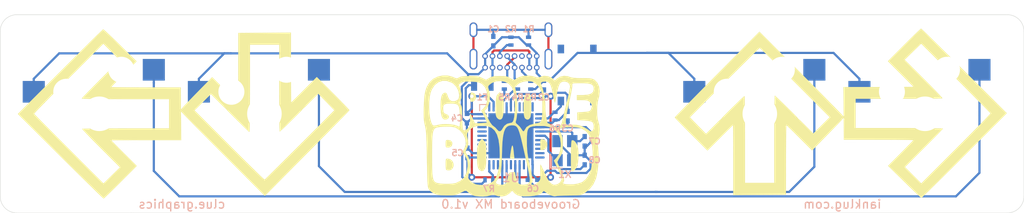
<source format=kicad_pcb>
(kicad_pcb (version 20171130) (host pcbnew "(5.1.5)-3")

  (general
    (thickness 1.6)
    (drawings 14)
    (tracks 246)
    (zones 0)
    (modules 29)
    (nets 20)
  )

  (page A4)
  (layers
    (0 F.Cu signal)
    (31 B.Cu signal)
    (32 B.Adhes user)
    (33 F.Adhes user)
    (34 B.Paste user)
    (35 F.Paste user)
    (36 B.SilkS user)
    (37 F.SilkS user hide)
    (38 B.Mask user)
    (39 F.Mask user)
    (40 Dwgs.User user)
    (41 Cmts.User user)
    (42 Eco1.User user)
    (43 Eco2.User user)
    (44 Edge.Cuts user)
    (45 Margin user)
    (46 B.CrtYd user)
    (47 F.CrtYd user)
    (48 B.Fab user)
    (49 F.Fab user)
  )

  (setup
    (last_trace_width 0.25)
    (trace_clearance 0.2)
    (zone_clearance 0.508)
    (zone_45_only no)
    (trace_min 0.2)
    (via_size 0.8)
    (via_drill 0.4)
    (via_min_size 0.4)
    (via_min_drill 0.3)
    (uvia_size 0.3)
    (uvia_drill 0.1)
    (uvias_allowed no)
    (uvia_min_size 0.2)
    (uvia_min_drill 0.1)
    (edge_width 0.05)
    (segment_width 0.2)
    (pcb_text_width 0.3)
    (pcb_text_size 1.5 1.5)
    (mod_edge_width 0.12)
    (mod_text_size 1 1)
    (mod_text_width 0.15)
    (pad_size 1.524 1.524)
    (pad_drill 0.762)
    (pad_to_mask_clearance 0)
    (aux_axis_origin 0 0)
    (grid_origin 54.737 24.765)
    (visible_elements 7FFFFFFF)
    (pcbplotparams
      (layerselection 0x010fc_ffffffff)
      (usegerberextensions true)
      (usegerberattributes false)
      (usegerberadvancedattributes false)
      (creategerberjobfile false)
      (excludeedgelayer true)
      (linewidth 0.100000)
      (plotframeref false)
      (viasonmask false)
      (mode 1)
      (useauxorigin false)
      (hpglpennumber 1)
      (hpglpenspeed 20)
      (hpglpendiameter 15.000000)
      (psnegative false)
      (psa4output false)
      (plotreference true)
      (plotvalue false)
      (plotinvisibletext false)
      (padsonsilk false)
      (subtractmaskfromsilk true)
      (outputformat 1)
      (mirror false)
      (drillshape 0)
      (scaleselection 1)
      (outputdirectory ""))
  )

  (net 0 "")
  (net 1 "Net-(C1-Pad1)")
  (net 2 GND)
  (net 3 VCC)
  (net 4 "Net-(C7-Pad2)")
  (net 5 "Net-(F1-Pad2)")
  (net 6 "Net-(J1-PadA5)")
  (net 7 "Net-(J1-PadA6)")
  (net 8 "Net-(J1-PadA7)")
  (net 9 "Net-(J1-PadB5)")
  (net 10 RST)
  (net 11 MX1)
  (net 12 MX2)
  (net 13 MX3)
  (net 14 MX4)
  (net 15 D-)
  (net 16 D+)
  (net 17 "Net-(R7-Pad2)")
  (net 18 "Net-(C2-Pad1)")
  (net 19 "Net-(C8-Pad2)")

  (net_class Default "This is the default net class."
    (clearance 0.2)
    (trace_width 0.25)
    (via_dia 0.8)
    (via_drill 0.4)
    (uvia_dia 0.3)
    (uvia_drill 0.1)
    (add_net D+)
    (add_net D-)
    (add_net GND)
    (add_net MX1)
    (add_net MX2)
    (add_net MX3)
    (add_net MX4)
    (add_net "Net-(C1-Pad1)")
    (add_net "Net-(C2-Pad1)")
    (add_net "Net-(C7-Pad2)")
    (add_net "Net-(C8-Pad2)")
    (add_net "Net-(F1-Pad2)")
    (add_net "Net-(J1-PadA5)")
    (add_net "Net-(J1-PadA6)")
    (add_net "Net-(J1-PadA7)")
    (add_net "Net-(J1-PadB5)")
    (add_net "Net-(R7-Pad2)")
    (add_net RST)
    (add_net VCC)
  )

  (module keyswitches:Kailh_socket_MX (layer F.Cu) (tedit 60959097) (tstamp 60933CB9)
    (at 70.112 34.29)
    (descr "MX-style keyswitch with Kailh socket mount")
    (tags MX,cherry,gateron,kailh,pg1511,socket)
    (path /60A17670)
    (attr smd)
    (fp_text reference MX2 (at 0 -8.255) (layer B.SilkS) hide
      (effects (font (size 1 1) (thickness 0.15)) (justify mirror))
    )
    (fp_text value MX-NoLED (at 0 8.255) (layer F.Fab)
      (effects (font (size 1 1) (thickness 0.15)))
    )
    (fp_text user %V (at -0.635 0.635) (layer B.Fab)
      (effects (font (size 1 1) (thickness 0.15)) (justify mirror))
    )
    (fp_text user %R (at -0.635 -4.445) (layer B.Fab)
      (effects (font (size 1 1) (thickness 0.15)) (justify mirror))
    )
    (fp_line (start -8.89 -3.81) (end -6.35 -3.81) (layer B.Fab) (width 0.12))
    (fp_line (start -8.89 -1.27) (end -8.89 -3.81) (layer B.Fab) (width 0.12))
    (fp_line (start -6.35 -1.27) (end -8.89 -1.27) (layer B.Fab) (width 0.12))
    (fp_line (start 7.62 -3.81) (end 5.08 -3.81) (layer B.Fab) (width 0.12))
    (fp_line (start 7.62 -6.35) (end 7.62 -3.81) (layer B.Fab) (width 0.12))
    (fp_line (start 5.08 -6.35) (end 7.62 -6.35) (layer B.Fab) (width 0.12))
    (fp_line (start 5.08 -2.54) (end 0 -2.54) (layer B.Fab) (width 0.12))
    (fp_line (start 5.08 -6.985) (end 5.08 -2.54) (layer B.Fab) (width 0.12))
    (fp_line (start -3.81 -6.985) (end 5.08 -6.985) (layer B.Fab) (width 0.12))
    (fp_line (start -6.35 -0.635) (end -6.35 -4.445) (layer B.Fab) (width 0.12))
    (fp_line (start -6.35 -0.635) (end -2.54 -0.635) (layer B.Fab) (width 0.12))
    (fp_arc (start 0 0) (end 0 -2.54) (angle -75.96375653) (layer B.Fab) (width 0.12))
    (fp_arc (start -3.81 -4.445) (end -3.81 -6.985) (angle -90) (layer B.Fab) (width 0.12))
    (fp_line (start -7.5 7.5) (end -7.5 -7.5) (layer F.Fab) (width 0.15))
    (fp_line (start 7.5 7.5) (end -7.5 7.5) (layer F.Fab) (width 0.15))
    (fp_line (start 7.5 -7.5) (end 7.5 7.5) (layer F.Fab) (width 0.15))
    (fp_line (start -7.5 -7.5) (end 7.5 -7.5) (layer F.Fab) (width 0.15))
    (fp_line (start -6.9 6.9) (end -6.9 -6.9) (layer Eco2.User) (width 0.15))
    (fp_line (start 6.9 -6.9) (end 6.9 6.9) (layer Eco2.User) (width 0.15))
    (fp_line (start 6.9 -6.9) (end -6.9 -6.9) (layer Eco2.User) (width 0.15))
    (fp_line (start -6.9 6.9) (end 6.9 6.9) (layer Eco2.User) (width 0.15))
    (pad 2 smd rect (at -7.56 -2.54) (size 2.55 2.5) (layers B.Cu B.Paste B.Mask)
      (net 2 GND))
    (pad "" np_thru_hole circle (at -5.08 0) (size 1.7018 1.7018) (drill 1.7018) (layers *.Cu *.Mask))
    (pad "" np_thru_hole circle (at 5.08 0) (size 1.7018 1.7018) (drill 1.7018) (layers *.Cu *.Mask))
    (pad "" np_thru_hole circle (at 0 0) (size 3.9878 3.9878) (drill 3.9878) (layers *.Cu *.Mask))
    (pad "" np_thru_hole circle (at -3.81 -2.54) (size 3 3) (drill 3) (layers *.Cu *.Mask))
    (pad "" np_thru_hole circle (at 2.54 -5.08) (size 3 3) (drill 3) (layers *.Cu *.Mask))
    (pad 1 smd rect (at 6.29 -5.08) (size 2.55 2.5) (layers B.Cu B.Paste B.Mask)
      (net 12 MX2))
  )

  (module keyswitches:Kailh_socket_MX (layer F.Cu) (tedit 60959081) (tstamp 60933CD5)
    (at 127.265 34.29)
    (descr "MX-style keyswitch with Kailh socket mount")
    (tags MX,cherry,gateron,kailh,pg1511,socket)
    (path /60A187FF)
    (attr smd)
    (fp_text reference MX3 (at 0 -8.255) (layer B.SilkS) hide
      (effects (font (size 1 1) (thickness 0.15)) (justify mirror))
    )
    (fp_text value MX-NoLED (at 0 8.255) (layer F.Fab)
      (effects (font (size 1 1) (thickness 0.15)))
    )
    (fp_text user %V (at -0.635 0.635) (layer B.Fab)
      (effects (font (size 1 1) (thickness 0.15)) (justify mirror))
    )
    (fp_text user %R (at -0.635 -4.445) (layer B.Fab)
      (effects (font (size 1 1) (thickness 0.15)) (justify mirror))
    )
    (fp_line (start -8.89 -3.81) (end -6.35 -3.81) (layer B.Fab) (width 0.12))
    (fp_line (start -8.89 -1.27) (end -8.89 -3.81) (layer B.Fab) (width 0.12))
    (fp_line (start -6.35 -1.27) (end -8.89 -1.27) (layer B.Fab) (width 0.12))
    (fp_line (start 7.62 -3.81) (end 5.08 -3.81) (layer B.Fab) (width 0.12))
    (fp_line (start 7.62 -6.35) (end 7.62 -3.81) (layer B.Fab) (width 0.12))
    (fp_line (start 5.08 -6.35) (end 7.62 -6.35) (layer B.Fab) (width 0.12))
    (fp_line (start 5.08 -2.54) (end 0 -2.54) (layer B.Fab) (width 0.12))
    (fp_line (start 5.08 -6.985) (end 5.08 -2.54) (layer B.Fab) (width 0.12))
    (fp_line (start -3.81 -6.985) (end 5.08 -6.985) (layer B.Fab) (width 0.12))
    (fp_line (start -6.35 -0.635) (end -6.35 -4.445) (layer B.Fab) (width 0.12))
    (fp_line (start -6.35 -0.635) (end -2.54 -0.635) (layer B.Fab) (width 0.12))
    (fp_arc (start 0 0) (end 0 -2.54) (angle -75.96375653) (layer B.Fab) (width 0.12))
    (fp_arc (start -3.81 -4.445) (end -3.81 -6.985) (angle -90) (layer B.Fab) (width 0.12))
    (fp_line (start -7.5 7.5) (end -7.5 -7.5) (layer F.Fab) (width 0.15))
    (fp_line (start 7.5 7.5) (end -7.5 7.5) (layer F.Fab) (width 0.15))
    (fp_line (start 7.5 -7.5) (end 7.5 7.5) (layer F.Fab) (width 0.15))
    (fp_line (start -7.5 -7.5) (end 7.5 -7.5) (layer F.Fab) (width 0.15))
    (fp_line (start -6.9 6.9) (end -6.9 -6.9) (layer Eco2.User) (width 0.15))
    (fp_line (start 6.9 -6.9) (end 6.9 6.9) (layer Eco2.User) (width 0.15))
    (fp_line (start 6.9 -6.9) (end -6.9 -6.9) (layer Eco2.User) (width 0.15))
    (fp_line (start -6.9 6.9) (end 6.9 6.9) (layer Eco2.User) (width 0.15))
    (pad 2 smd rect (at -7.56 -2.54) (size 2.55 2.5) (layers B.Cu B.Paste B.Mask)
      (net 2 GND))
    (pad "" np_thru_hole circle (at -5.08 0) (size 1.7018 1.7018) (drill 1.7018) (layers *.Cu *.Mask))
    (pad "" np_thru_hole circle (at 5.08 0) (size 1.7018 1.7018) (drill 1.7018) (layers *.Cu *.Mask))
    (pad "" np_thru_hole circle (at 0 0) (size 3.9878 3.9878) (drill 3.9878) (layers *.Cu *.Mask))
    (pad "" np_thru_hole circle (at -3.81 -2.54) (size 3 3) (drill 3) (layers *.Cu *.Mask))
    (pad "" np_thru_hole circle (at 2.54 -5.08) (size 3 3) (drill 3) (layers *.Cu *.Mask))
    (pad 1 smd rect (at 6.29 -5.08) (size 2.55 2.5) (layers B.Cu B.Paste B.Mask)
      (net 13 MX3))
  )

  (module keyswitches:Kailh_socket_MX (layer F.Cu) (tedit 6095906C) (tstamp 60933CF1)
    (at 146.315 34.29)
    (descr "MX-style keyswitch with Kailh socket mount")
    (tags MX,cherry,gateron,kailh,pg1511,socket)
    (path /60A19665)
    (attr smd)
    (fp_text reference MX4 (at 0 -8.255) (layer B.SilkS) hide
      (effects (font (size 1 1) (thickness 0.15)) (justify mirror))
    )
    (fp_text value MX-NoLED (at 0 8.255) (layer F.Fab)
      (effects (font (size 1 1) (thickness 0.15)))
    )
    (fp_text user %V (at -0.635 0.635) (layer B.Fab)
      (effects (font (size 1 1) (thickness 0.15)) (justify mirror))
    )
    (fp_text user %R (at -0.635 -4.445) (layer B.Fab)
      (effects (font (size 1 1) (thickness 0.15)) (justify mirror))
    )
    (fp_line (start -8.89 -3.81) (end -6.35 -3.81) (layer B.Fab) (width 0.12))
    (fp_line (start -8.89 -1.27) (end -8.89 -3.81) (layer B.Fab) (width 0.12))
    (fp_line (start -6.35 -1.27) (end -8.89 -1.27) (layer B.Fab) (width 0.12))
    (fp_line (start 7.62 -3.81) (end 5.08 -3.81) (layer B.Fab) (width 0.12))
    (fp_line (start 7.62 -6.35) (end 7.62 -3.81) (layer B.Fab) (width 0.12))
    (fp_line (start 5.08 -6.35) (end 7.62 -6.35) (layer B.Fab) (width 0.12))
    (fp_line (start 5.08 -2.54) (end 0 -2.54) (layer B.Fab) (width 0.12))
    (fp_line (start 5.08 -6.985) (end 5.08 -2.54) (layer B.Fab) (width 0.12))
    (fp_line (start -3.81 -6.985) (end 5.08 -6.985) (layer B.Fab) (width 0.12))
    (fp_line (start -6.35 -0.635) (end -6.35 -4.445) (layer B.Fab) (width 0.12))
    (fp_line (start -6.35 -0.635) (end -2.54 -0.635) (layer B.Fab) (width 0.12))
    (fp_arc (start 0 0) (end 0 -2.54) (angle -75.96375653) (layer B.Fab) (width 0.12))
    (fp_arc (start -3.81 -4.445) (end -3.81 -6.985) (angle -90) (layer B.Fab) (width 0.12))
    (fp_line (start -7.5 7.5) (end -7.5 -7.5) (layer F.Fab) (width 0.15))
    (fp_line (start 7.5 7.5) (end -7.5 7.5) (layer F.Fab) (width 0.15))
    (fp_line (start 7.5 -7.5) (end 7.5 7.5) (layer F.Fab) (width 0.15))
    (fp_line (start -7.5 -7.5) (end 7.5 -7.5) (layer F.Fab) (width 0.15))
    (fp_line (start -6.9 6.9) (end -6.9 -6.9) (layer Eco2.User) (width 0.15))
    (fp_line (start 6.9 -6.9) (end 6.9 6.9) (layer Eco2.User) (width 0.15))
    (fp_line (start 6.9 -6.9) (end -6.9 -6.9) (layer Eco2.User) (width 0.15))
    (fp_line (start -6.9 6.9) (end 6.9 6.9) (layer Eco2.User) (width 0.15))
    (pad 2 smd rect (at -7.56 -2.54) (size 2.55 2.5) (layers B.Cu B.Paste B.Mask)
      (net 2 GND))
    (pad "" np_thru_hole circle (at -5.08 0) (size 1.7018 1.7018) (drill 1.7018) (layers *.Cu *.Mask))
    (pad "" np_thru_hole circle (at 5.08 0) (size 1.7018 1.7018) (drill 1.7018) (layers *.Cu *.Mask))
    (pad "" np_thru_hole circle (at 0 0) (size 3.9878 3.9878) (drill 3.9878) (layers *.Cu *.Mask))
    (pad "" np_thru_hole circle (at -3.81 -2.54) (size 3 3) (drill 3) (layers *.Cu *.Mask))
    (pad "" np_thru_hole circle (at 2.54 -5.08) (size 3 3) (drill 3) (layers *.Cu *.Mask))
    (pad 1 smd rect (at 6.29 -5.08) (size 2.55 2.5) (layers B.Cu B.Paste B.Mask)
      (net 14 MX4))
  )

  (module keyswitches:Kailh_socket_MX (layer F.Cu) (tedit 6095902E) (tstamp 60933C9D)
    (at 51.062 34.29)
    (descr "MX-style keyswitch with Kailh socket mount")
    (tags MX,cherry,gateron,kailh,pg1511,socket)
    (path /60A03FDE)
    (attr smd)
    (fp_text reference MX1 (at 0 -8.255) (layer B.SilkS) hide
      (effects (font (size 1 1) (thickness 0.15)) (justify mirror))
    )
    (fp_text value MX-NoLED (at 0 8.255) (layer F.Fab)
      (effects (font (size 1 1) (thickness 0.15)))
    )
    (fp_text user %V (at -0.635 0.635) (layer B.Fab)
      (effects (font (size 1 1) (thickness 0.15)) (justify mirror))
    )
    (fp_line (start -8.89 -3.81) (end -6.35 -3.81) (layer B.Fab) (width 0.12))
    (fp_line (start -8.89 -1.27) (end -8.89 -3.81) (layer B.Fab) (width 0.12))
    (fp_line (start -6.35 -1.27) (end -8.89 -1.27) (layer B.Fab) (width 0.12))
    (fp_line (start 7.62 -3.81) (end 5.08 -3.81) (layer B.Fab) (width 0.12))
    (fp_line (start 7.62 -6.35) (end 7.62 -3.81) (layer B.Fab) (width 0.12))
    (fp_line (start 5.08 -6.35) (end 7.62 -6.35) (layer B.Fab) (width 0.12))
    (fp_line (start 5.08 -2.54) (end 0 -2.54) (layer B.Fab) (width 0.12))
    (fp_line (start 5.08 -6.985) (end 5.08 -2.54) (layer B.Fab) (width 0.12))
    (fp_line (start -3.81 -6.985) (end 5.08 -6.985) (layer B.Fab) (width 0.12))
    (fp_line (start -6.35 -0.635) (end -6.35 -4.445) (layer B.Fab) (width 0.12))
    (fp_line (start -6.35 -0.635) (end -2.54 -0.635) (layer B.Fab) (width 0.12))
    (fp_arc (start 0 0) (end 0 -2.54) (angle -75.96375653) (layer B.Fab) (width 0.12))
    (fp_arc (start -3.81 -4.445) (end -3.81 -6.985) (angle -90) (layer B.Fab) (width 0.12))
    (fp_line (start -7.5 7.5) (end -7.5 -7.5) (layer F.Fab) (width 0.15))
    (fp_line (start 7.5 7.5) (end -7.5 7.5) (layer F.Fab) (width 0.15))
    (fp_line (start 7.5 -7.5) (end 7.5 7.5) (layer F.Fab) (width 0.15))
    (fp_line (start -7.5 -7.5) (end 7.5 -7.5) (layer F.Fab) (width 0.15))
    (fp_line (start -6.9 6.9) (end -6.9 -6.9) (layer Eco2.User) (width 0.15))
    (fp_line (start 6.9 -6.9) (end 6.9 6.9) (layer Eco2.User) (width 0.15))
    (fp_line (start 6.9 -6.9) (end -6.9 -6.9) (layer Eco2.User) (width 0.15))
    (fp_line (start -6.9 6.9) (end 6.9 6.9) (layer Eco2.User) (width 0.15))
    (pad 2 smd rect (at -7.56 -2.54) (size 2.55 2.5) (layers B.Cu B.Paste B.Mask)
      (net 2 GND))
    (pad "" np_thru_hole circle (at -5.08 0) (size 1.7018 1.7018) (drill 1.7018) (layers *.Cu *.Mask))
    (pad "" np_thru_hole circle (at 5.08 0) (size 1.7018 1.7018) (drill 1.7018) (layers *.Cu *.Mask))
    (pad "" np_thru_hole circle (at 0 0) (size 3.9878 3.9878) (drill 3.9878) (layers *.Cu *.Mask))
    (pad "" np_thru_hole circle (at -3.81 -2.54) (size 3 3) (drill 3) (layers *.Cu *.Mask))
    (pad "" np_thru_hole circle (at 2.54 -5.08) (size 3 3) (drill 3) (layers *.Cu *.Mask))
    (pad 1 smd rect (at 6.29 -5.08) (size 2.55 2.5) (layers B.Cu B.Paste B.Mask)
      (net 11 MX1))
  )

  (module Type-C:USB_C_GCT_USB4085 (layer F.Cu) (tedit 60957D1C) (tstamp 6095D76F)
    (at 98.552 22.86 180)
    (path /60958AC4)
    (fp_text reference J1 (at 0 1.85 180) (layer F.SilkS) hide
      (effects (font (size 1 1) (thickness 0.15)))
    )
    (fp_text value USB_C_Receptacle_USB2.0 (at 0 0.85 180) (layer F.Fab)
      (effects (font (size 1 1) (thickness 0.15)))
    )
    (pad S1 thru_hole oval (at 4.325 -1.74 180) (size 0.9 1.7) (drill oval 0.6 1.4) (layers *.Cu *.Mask)
      (net 1 "Net-(C1-Pad1)"))
    (pad S1 thru_hole oval (at -4.325 -1.74 180) (size 0.9 1.7) (drill oval 0.6 1.4) (layers *.Cu *.Mask)
      (net 1 "Net-(C1-Pad1)"))
    (pad S1 thru_hole oval (at 4.325 -5.12 180) (size 0.9 2.4) (drill oval 0.6 2.1) (layers *.Cu *.Mask)
      (net 1 "Net-(C1-Pad1)"))
    (pad S1 thru_hole oval (at -4.325 -5.12 180) (size 0.9 2.4) (drill oval 0.6 2.1) (layers *.Cu *.Mask)
      (net 1 "Net-(C1-Pad1)"))
    (pad B1 thru_hole circle (at 2.98 -4.775 180) (size 0.65 0.65) (drill 0.4) (layers *.Cu *.Mask)
      (net 2 GND))
    (pad B4 thru_hole circle (at 2.13 -4.775 180) (size 0.65 0.65) (drill 0.4) (layers *.Cu *.Mask)
      (net 5 "Net-(F1-Pad2)"))
    (pad B5 thru_hole circle (at 1.28 -4.775 180) (size 0.65 0.65) (drill 0.4) (layers *.Cu *.Mask)
      (net 9 "Net-(J1-PadB5)"))
    (pad B6 thru_hole circle (at 0.43 -4.775 180) (size 0.65 0.65) (drill 0.4) (layers *.Cu *.Mask)
      (net 7 "Net-(J1-PadA6)"))
    (pad B7 thru_hole circle (at -0.42 -4.775 180) (size 0.65 0.65) (drill 0.4) (layers *.Cu *.Mask)
      (net 8 "Net-(J1-PadA7)"))
    (pad B8 thru_hole circle (at -1.27 -4.775 180) (size 0.65 0.65) (drill 0.4) (layers *.Cu *.Mask))
    (pad B9 thru_hole circle (at -2.12 -4.775 180) (size 0.65 0.65) (drill 0.4) (layers *.Cu *.Mask)
      (net 5 "Net-(F1-Pad2)"))
    (pad B12 thru_hole circle (at -2.975 -4.775 180) (size 0.65 0.65) (drill 0.4) (layers *.Cu *.Mask)
      (net 2 GND))
    (pad A12 thru_hole circle (at 2.975 -6.1 180) (size 0.65 0.65) (drill 0.4) (layers *.Cu *.Mask)
      (net 2 GND))
    (pad A9 thru_hole circle (at 2.125 -6.1 180) (size 0.65 0.65) (drill 0.4) (layers *.Cu *.Mask)
      (net 5 "Net-(F1-Pad2)"))
    (pad A8 thru_hole circle (at 1.275 -6.1 180) (size 0.65 0.65) (drill 0.4) (layers *.Cu *.Mask))
    (pad A7 thru_hole circle (at 0.425 -6.1 180) (size 0.65 0.65) (drill 0.4) (layers *.Cu *.Mask)
      (net 8 "Net-(J1-PadA7)"))
    (pad A6 thru_hole circle (at -0.425 -6.1 180) (size 0.65 0.65) (drill 0.4) (layers *.Cu *.Mask)
      (net 7 "Net-(J1-PadA6)"))
    (pad A4 thru_hole circle (at -2.125 -6.1 180) (size 0.65 0.65) (drill 0.4) (layers *.Cu *.Mask)
      (net 5 "Net-(F1-Pad2)"))
    (pad A1 thru_hole circle (at -2.975 -6.1 180) (size 0.65 0.65) (drill 0.4) (layers *.Cu *.Mask)
      (net 2 GND))
    (pad A5 thru_hole circle (at -1.275 -6.1 180) (size 0.65 0.65) (drill 0.4) (layers *.Cu *.Mask)
      (net 6 "Net-(J1-PadA5)"))
  )

  (module grooveboard:left-arrow (layer F.Cu) (tedit 0) (tstamp 609533BD)
    (at 146.287 34.265 180)
    (attr smd)
    (fp_text reference G*** (at 0 0) (layer F.SilkS) hide
      (effects (font (size 1.524 1.524) (thickness 0.3)))
    )
    (fp_text value LOGO (at 0.75 0) (layer F.SilkS) hide
      (effects (font (size 1.524 1.524) (thickness 0.3)))
    )
    (fp_poly (pts (xy 0.457711 -9.670313) (xy 0.644569 -9.505181) (xy 0.924014 -9.246605) (xy 1.280153 -8.909541)
      (xy 1.697092 -8.508941) (xy 2.158935 -8.059763) (xy 2.3407 -7.881612) (xy 4.229281 -6.026709)
      (xy 2.771537 -4.567071) (xy 2.360948 -4.154202) (xy 1.995125 -3.783001) (xy 1.691221 -3.47115)
      (xy 1.466395 -3.236335) (xy 1.337801 -3.09624) (xy 1.313921 -3.064579) (xy 1.398644 -3.055774)
      (xy 1.641202 -3.047486) (xy 2.024257 -3.03991) (xy 2.530473 -3.033239) (xy 3.142511 -3.027669)
      (xy 3.843034 -3.023394) (xy 4.614706 -3.02061) (xy 5.320989 -3.019556) (xy 9.327931 -3.017388)
      (xy 9.350962 0.024064) (xy 9.373994 3.065517) (xy 5.343893 3.065517) (xy 4.522529 3.06609)
      (xy 3.757379 3.067731) (xy 3.065729 3.070324) (xy 2.464867 3.073751) (xy 1.972079 3.077895)
      (xy 1.604652 3.08264) (xy 1.379873 3.087868) (xy 1.313793 3.092784) (xy 1.37314 3.159518)
      (xy 1.539748 3.332184) (xy 1.796469 3.593393) (xy 2.126154 3.925756) (xy 2.511654 4.311888)
      (xy 2.780862 4.58031) (xy 4.247931 6.040569) (xy 2.365591 7.925112) (xy 1.894247 8.39498)
      (xy 1.461918 8.822073) (xy 1.084232 9.19126) (xy 0.776813 9.487411) (xy 0.555288 9.695397)
      (xy 0.435283 9.800089) (xy 0.419282 9.809655) (xy 0.348601 9.749383) (xy 0.163333 9.574776)
      (xy -0.127026 9.295148) (xy -0.512982 8.919813) (xy -0.985038 8.458083) (xy -1.5337 7.919273)
      (xy -2.149472 7.312695) (xy -2.822859 6.647665) (xy -3.544365 5.933494) (xy -4.304496 5.179497)
      (xy -4.558977 4.926724) (xy -9.473265 0.043793) (xy -9.453301 0.023866) (xy -7.597447 0.023866)
      (xy -7.534785 0.09232) (xy -7.361069 0.27163) (xy -7.088892 0.549161) (xy -6.730846 0.912273)
      (xy -6.299524 1.348328) (xy -5.807518 1.844688) (xy -5.267421 2.388715) (xy -4.691826 2.967771)
      (xy -4.093325 3.569218) (xy -3.484512 4.180417) (xy -2.877978 4.78873) (xy -2.286316 5.381519)
      (xy -1.722119 5.946145) (xy -1.19798 6.469972) (xy -0.726491 6.94036) (xy -0.320245 7.344671)
      (xy 0.008166 7.670268) (xy 0.246148 7.904511) (xy 0.38111 8.034763) (xy 0.407492 8.057754)
      (xy 0.471193 7.999953) (xy 0.637931 7.840523) (xy 0.885803 7.600617) (xy 1.192907 7.301388)
      (xy 1.366489 7.13157) (xy 2.312131 6.20521) (xy 0.105599 4.007095) (xy -0.402388 3.498317)
      (xy -0.866345 3.028368) (xy -1.272663 2.611442) (xy -1.607728 2.261737) (xy -1.857928 1.993449)
      (xy -2.009651 1.820774) (xy -2.05046 1.758455) (xy -1.955988 1.749158) (xy -1.702098 1.740414)
      (xy -1.304542 1.732382) (xy -0.779075 1.72522) (xy -0.141449 1.719085) (xy 0.592581 1.714136)
      (xy 1.407262 1.710531) (xy 2.286842 1.708428) (xy 2.985134 1.707931) (xy 7.970255 1.707931)
      (xy 7.9703 0.021896) (xy 7.970345 -1.664138) (xy 2.934138 -1.664138) (xy 2.013018 -1.665258)
      (xy 1.146289 -1.668482) (xy 0.349414 -1.673606) (xy -0.362142 -1.680427) (xy -0.972915 -1.68874)
      (xy -1.467442 -1.698343) (xy -1.830259 -1.709031) (xy -2.045902 -1.720601) (xy -2.102069 -1.730485)
      (xy -2.042246 -1.805659) (xy -1.872125 -1.989802) (xy -1.605729 -2.268475) (xy -1.257082 -2.627239)
      (xy -0.840205 -3.051653) (xy -0.369123 -3.527278) (xy 0.0872 -3.984787) (xy 2.276469 -6.172742)
      (xy 0.395987 -8.059074) (xy -3.612096 -4.051701) (xy -4.304259 -3.358293) (xy -4.957887 -2.700834)
      (xy -5.56271 -2.089826) (xy -6.108459 -1.53577) (xy -6.584865 -1.049169) (xy -6.981659 -0.640524)
      (xy -7.288571 -0.320336) (xy -7.495332 -0.099109) (xy -7.591672 0.012658) (xy -7.597447 0.023866)
      (xy -9.453301 0.023866) (xy -4.583357 -4.836892) (xy -3.815221 -5.602798) (xy -3.082349 -6.332021)
      (xy -2.394252 -7.015191) (xy -1.760441 -7.642936) (xy -1.190427 -8.205884) (xy -0.693719 -8.694665)
      (xy -0.279828 -9.099907) (xy 0.041736 -9.412237) (xy 0.261461 -9.622286) (xy 0.369838 -9.720681)
      (xy 0.379336 -9.727046) (xy 0.457711 -9.670313)) (layer F.SilkS) (width 0.01))
  )

  (module grooveboard:left-arrow (layer F.Cu) (tedit 0) (tstamp 609533A8)
    (at 127.265 34.29 270)
    (attr smd)
    (fp_text reference G*** (at 0 0 90) (layer F.SilkS) hide
      (effects (font (size 1.524 1.524) (thickness 0.3)))
    )
    (fp_text value LOGO (at 0.75 0 90) (layer F.SilkS) hide
      (effects (font (size 1.524 1.524) (thickness 0.3)))
    )
    (fp_poly (pts (xy 0.457711 -9.670313) (xy 0.644569 -9.505181) (xy 0.924014 -9.246605) (xy 1.280153 -8.909541)
      (xy 1.697092 -8.508941) (xy 2.158935 -8.059763) (xy 2.3407 -7.881612) (xy 4.229281 -6.026709)
      (xy 2.771537 -4.567071) (xy 2.360948 -4.154202) (xy 1.995125 -3.783001) (xy 1.691221 -3.47115)
      (xy 1.466395 -3.236335) (xy 1.337801 -3.09624) (xy 1.313921 -3.064579) (xy 1.398644 -3.055774)
      (xy 1.641202 -3.047486) (xy 2.024257 -3.03991) (xy 2.530473 -3.033239) (xy 3.142511 -3.027669)
      (xy 3.843034 -3.023394) (xy 4.614706 -3.02061) (xy 5.320989 -3.019556) (xy 9.327931 -3.017388)
      (xy 9.350962 0.024064) (xy 9.373994 3.065517) (xy 5.343893 3.065517) (xy 4.522529 3.06609)
      (xy 3.757379 3.067731) (xy 3.065729 3.070324) (xy 2.464867 3.073751) (xy 1.972079 3.077895)
      (xy 1.604652 3.08264) (xy 1.379873 3.087868) (xy 1.313793 3.092784) (xy 1.37314 3.159518)
      (xy 1.539748 3.332184) (xy 1.796469 3.593393) (xy 2.126154 3.925756) (xy 2.511654 4.311888)
      (xy 2.780862 4.58031) (xy 4.247931 6.040569) (xy 2.365591 7.925112) (xy 1.894247 8.39498)
      (xy 1.461918 8.822073) (xy 1.084232 9.19126) (xy 0.776813 9.487411) (xy 0.555288 9.695397)
      (xy 0.435283 9.800089) (xy 0.419282 9.809655) (xy 0.348601 9.749383) (xy 0.163333 9.574776)
      (xy -0.127026 9.295148) (xy -0.512982 8.919813) (xy -0.985038 8.458083) (xy -1.5337 7.919273)
      (xy -2.149472 7.312695) (xy -2.822859 6.647665) (xy -3.544365 5.933494) (xy -4.304496 5.179497)
      (xy -4.558977 4.926724) (xy -9.473265 0.043793) (xy -9.453301 0.023866) (xy -7.597447 0.023866)
      (xy -7.534785 0.09232) (xy -7.361069 0.27163) (xy -7.088892 0.549161) (xy -6.730846 0.912273)
      (xy -6.299524 1.348328) (xy -5.807518 1.844688) (xy -5.267421 2.388715) (xy -4.691826 2.967771)
      (xy -4.093325 3.569218) (xy -3.484512 4.180417) (xy -2.877978 4.78873) (xy -2.286316 5.381519)
      (xy -1.722119 5.946145) (xy -1.19798 6.469972) (xy -0.726491 6.94036) (xy -0.320245 7.344671)
      (xy 0.008166 7.670268) (xy 0.246148 7.904511) (xy 0.38111 8.034763) (xy 0.407492 8.057754)
      (xy 0.471193 7.999953) (xy 0.637931 7.840523) (xy 0.885803 7.600617) (xy 1.192907 7.301388)
      (xy 1.366489 7.13157) (xy 2.312131 6.20521) (xy 0.105599 4.007095) (xy -0.402388 3.498317)
      (xy -0.866345 3.028368) (xy -1.272663 2.611442) (xy -1.607728 2.261737) (xy -1.857928 1.993449)
      (xy -2.009651 1.820774) (xy -2.05046 1.758455) (xy -1.955988 1.749158) (xy -1.702098 1.740414)
      (xy -1.304542 1.732382) (xy -0.779075 1.72522) (xy -0.141449 1.719085) (xy 0.592581 1.714136)
      (xy 1.407262 1.710531) (xy 2.286842 1.708428) (xy 2.985134 1.707931) (xy 7.970255 1.707931)
      (xy 7.9703 0.021896) (xy 7.970345 -1.664138) (xy 2.934138 -1.664138) (xy 2.013018 -1.665258)
      (xy 1.146289 -1.668482) (xy 0.349414 -1.673606) (xy -0.362142 -1.680427) (xy -0.972915 -1.68874)
      (xy -1.467442 -1.698343) (xy -1.830259 -1.709031) (xy -2.045902 -1.720601) (xy -2.102069 -1.730485)
      (xy -2.042246 -1.805659) (xy -1.872125 -1.989802) (xy -1.605729 -2.268475) (xy -1.257082 -2.627239)
      (xy -0.840205 -3.051653) (xy -0.369123 -3.527278) (xy 0.0872 -3.984787) (xy 2.276469 -6.172742)
      (xy 0.395987 -8.059074) (xy -3.612096 -4.051701) (xy -4.304259 -3.358293) (xy -4.957887 -2.700834)
      (xy -5.56271 -2.089826) (xy -6.108459 -1.53577) (xy -6.584865 -1.049169) (xy -6.981659 -0.640524)
      (xy -7.288571 -0.320336) (xy -7.495332 -0.099109) (xy -7.591672 0.012658) (xy -7.597447 0.023866)
      (xy -9.453301 0.023866) (xy -4.583357 -4.836892) (xy -3.815221 -5.602798) (xy -3.082349 -6.332021)
      (xy -2.394252 -7.015191) (xy -1.760441 -7.642936) (xy -1.190427 -8.205884) (xy -0.693719 -8.694665)
      (xy -0.279828 -9.099907) (xy 0.041736 -9.412237) (xy 0.261461 -9.622286) (xy 0.369838 -9.720681)
      (xy 0.379336 -9.727046) (xy 0.457711 -9.670313)) (layer F.SilkS) (width 0.01))
  )

  (module grooveboard:left-arrow (layer F.Cu) (tedit 0) (tstamp 60953207)
    (at 70.112 34.29 90)
    (attr smd)
    (fp_text reference G*** (at 0 0 90) (layer F.SilkS) hide
      (effects (font (size 1.524 1.524) (thickness 0.3)))
    )
    (fp_text value LOGO (at 0.75 0 90) (layer F.SilkS) hide
      (effects (font (size 1.524 1.524) (thickness 0.3)))
    )
    (fp_poly (pts (xy 0.457711 -9.670313) (xy 0.644569 -9.505181) (xy 0.924014 -9.246605) (xy 1.280153 -8.909541)
      (xy 1.697092 -8.508941) (xy 2.158935 -8.059763) (xy 2.3407 -7.881612) (xy 4.229281 -6.026709)
      (xy 2.771537 -4.567071) (xy 2.360948 -4.154202) (xy 1.995125 -3.783001) (xy 1.691221 -3.47115)
      (xy 1.466395 -3.236335) (xy 1.337801 -3.09624) (xy 1.313921 -3.064579) (xy 1.398644 -3.055774)
      (xy 1.641202 -3.047486) (xy 2.024257 -3.03991) (xy 2.530473 -3.033239) (xy 3.142511 -3.027669)
      (xy 3.843034 -3.023394) (xy 4.614706 -3.02061) (xy 5.320989 -3.019556) (xy 9.327931 -3.017388)
      (xy 9.350962 0.024064) (xy 9.373994 3.065517) (xy 5.343893 3.065517) (xy 4.522529 3.06609)
      (xy 3.757379 3.067731) (xy 3.065729 3.070324) (xy 2.464867 3.073751) (xy 1.972079 3.077895)
      (xy 1.604652 3.08264) (xy 1.379873 3.087868) (xy 1.313793 3.092784) (xy 1.37314 3.159518)
      (xy 1.539748 3.332184) (xy 1.796469 3.593393) (xy 2.126154 3.925756) (xy 2.511654 4.311888)
      (xy 2.780862 4.58031) (xy 4.247931 6.040569) (xy 2.365591 7.925112) (xy 1.894247 8.39498)
      (xy 1.461918 8.822073) (xy 1.084232 9.19126) (xy 0.776813 9.487411) (xy 0.555288 9.695397)
      (xy 0.435283 9.800089) (xy 0.419282 9.809655) (xy 0.348601 9.749383) (xy 0.163333 9.574776)
      (xy -0.127026 9.295148) (xy -0.512982 8.919813) (xy -0.985038 8.458083) (xy -1.5337 7.919273)
      (xy -2.149472 7.312695) (xy -2.822859 6.647665) (xy -3.544365 5.933494) (xy -4.304496 5.179497)
      (xy -4.558977 4.926724) (xy -9.473265 0.043793) (xy -9.453301 0.023866) (xy -7.597447 0.023866)
      (xy -7.534785 0.09232) (xy -7.361069 0.27163) (xy -7.088892 0.549161) (xy -6.730846 0.912273)
      (xy -6.299524 1.348328) (xy -5.807518 1.844688) (xy -5.267421 2.388715) (xy -4.691826 2.967771)
      (xy -4.093325 3.569218) (xy -3.484512 4.180417) (xy -2.877978 4.78873) (xy -2.286316 5.381519)
      (xy -1.722119 5.946145) (xy -1.19798 6.469972) (xy -0.726491 6.94036) (xy -0.320245 7.344671)
      (xy 0.008166 7.670268) (xy 0.246148 7.904511) (xy 0.38111 8.034763) (xy 0.407492 8.057754)
      (xy 0.471193 7.999953) (xy 0.637931 7.840523) (xy 0.885803 7.600617) (xy 1.192907 7.301388)
      (xy 1.366489 7.13157) (xy 2.312131 6.20521) (xy 0.105599 4.007095) (xy -0.402388 3.498317)
      (xy -0.866345 3.028368) (xy -1.272663 2.611442) (xy -1.607728 2.261737) (xy -1.857928 1.993449)
      (xy -2.009651 1.820774) (xy -2.05046 1.758455) (xy -1.955988 1.749158) (xy -1.702098 1.740414)
      (xy -1.304542 1.732382) (xy -0.779075 1.72522) (xy -0.141449 1.719085) (xy 0.592581 1.714136)
      (xy 1.407262 1.710531) (xy 2.286842 1.708428) (xy 2.985134 1.707931) (xy 7.970255 1.707931)
      (xy 7.9703 0.021896) (xy 7.970345 -1.664138) (xy 2.934138 -1.664138) (xy 2.013018 -1.665258)
      (xy 1.146289 -1.668482) (xy 0.349414 -1.673606) (xy -0.362142 -1.680427) (xy -0.972915 -1.68874)
      (xy -1.467442 -1.698343) (xy -1.830259 -1.709031) (xy -2.045902 -1.720601) (xy -2.102069 -1.730485)
      (xy -2.042246 -1.805659) (xy -1.872125 -1.989802) (xy -1.605729 -2.268475) (xy -1.257082 -2.627239)
      (xy -0.840205 -3.051653) (xy -0.369123 -3.527278) (xy 0.0872 -3.984787) (xy 2.276469 -6.172742)
      (xy 0.395987 -8.059074) (xy -3.612096 -4.051701) (xy -4.304259 -3.358293) (xy -4.957887 -2.700834)
      (xy -5.56271 -2.089826) (xy -6.108459 -1.53577) (xy -6.584865 -1.049169) (xy -6.981659 -0.640524)
      (xy -7.288571 -0.320336) (xy -7.495332 -0.099109) (xy -7.591672 0.012658) (xy -7.597447 0.023866)
      (xy -9.453301 0.023866) (xy -4.583357 -4.836892) (xy -3.815221 -5.602798) (xy -3.082349 -6.332021)
      (xy -2.394252 -7.015191) (xy -1.760441 -7.642936) (xy -1.190427 -8.205884) (xy -0.693719 -8.694665)
      (xy -0.279828 -9.099907) (xy 0.041736 -9.412237) (xy 0.261461 -9.622286) (xy 0.369838 -9.720681)
      (xy 0.379336 -9.727046) (xy 0.457711 -9.670313)) (layer F.SilkS) (width 0.01))
  )

  (module grooveboard:left-arrow locked (layer F.Cu) (tedit 0) (tstamp 60952E55)
    (at 51.137 34.265)
    (attr smd)
    (fp_text reference G*** (at 0 0) (layer F.SilkS) hide
      (effects (font (size 1.524 1.524) (thickness 0.3)))
    )
    (fp_text value LOGO (at 0.75 0) (layer F.SilkS) hide
      (effects (font (size 1.524 1.524) (thickness 0.3)))
    )
    (fp_poly (pts (xy 0.457711 -9.670313) (xy 0.644569 -9.505181) (xy 0.924014 -9.246605) (xy 1.280153 -8.909541)
      (xy 1.697092 -8.508941) (xy 2.158935 -8.059763) (xy 2.3407 -7.881612) (xy 4.229281 -6.026709)
      (xy 2.771537 -4.567071) (xy 2.360948 -4.154202) (xy 1.995125 -3.783001) (xy 1.691221 -3.47115)
      (xy 1.466395 -3.236335) (xy 1.337801 -3.09624) (xy 1.313921 -3.064579) (xy 1.398644 -3.055774)
      (xy 1.641202 -3.047486) (xy 2.024257 -3.03991) (xy 2.530473 -3.033239) (xy 3.142511 -3.027669)
      (xy 3.843034 -3.023394) (xy 4.614706 -3.02061) (xy 5.320989 -3.019556) (xy 9.327931 -3.017388)
      (xy 9.350962 0.024064) (xy 9.373994 3.065517) (xy 5.343893 3.065517) (xy 4.522529 3.06609)
      (xy 3.757379 3.067731) (xy 3.065729 3.070324) (xy 2.464867 3.073751) (xy 1.972079 3.077895)
      (xy 1.604652 3.08264) (xy 1.379873 3.087868) (xy 1.313793 3.092784) (xy 1.37314 3.159518)
      (xy 1.539748 3.332184) (xy 1.796469 3.593393) (xy 2.126154 3.925756) (xy 2.511654 4.311888)
      (xy 2.780862 4.58031) (xy 4.247931 6.040569) (xy 2.365591 7.925112) (xy 1.894247 8.39498)
      (xy 1.461918 8.822073) (xy 1.084232 9.19126) (xy 0.776813 9.487411) (xy 0.555288 9.695397)
      (xy 0.435283 9.800089) (xy 0.419282 9.809655) (xy 0.348601 9.749383) (xy 0.163333 9.574776)
      (xy -0.127026 9.295148) (xy -0.512982 8.919813) (xy -0.985038 8.458083) (xy -1.5337 7.919273)
      (xy -2.149472 7.312695) (xy -2.822859 6.647665) (xy -3.544365 5.933494) (xy -4.304496 5.179497)
      (xy -4.558977 4.926724) (xy -9.473265 0.043793) (xy -9.453301 0.023866) (xy -7.597447 0.023866)
      (xy -7.534785 0.09232) (xy -7.361069 0.27163) (xy -7.088892 0.549161) (xy -6.730846 0.912273)
      (xy -6.299524 1.348328) (xy -5.807518 1.844688) (xy -5.267421 2.388715) (xy -4.691826 2.967771)
      (xy -4.093325 3.569218) (xy -3.484512 4.180417) (xy -2.877978 4.78873) (xy -2.286316 5.381519)
      (xy -1.722119 5.946145) (xy -1.19798 6.469972) (xy -0.726491 6.94036) (xy -0.320245 7.344671)
      (xy 0.008166 7.670268) (xy 0.246148 7.904511) (xy 0.38111 8.034763) (xy 0.407492 8.057754)
      (xy 0.471193 7.999953) (xy 0.637931 7.840523) (xy 0.885803 7.600617) (xy 1.192907 7.301388)
      (xy 1.366489 7.13157) (xy 2.312131 6.20521) (xy 0.105599 4.007095) (xy -0.402388 3.498317)
      (xy -0.866345 3.028368) (xy -1.272663 2.611442) (xy -1.607728 2.261737) (xy -1.857928 1.993449)
      (xy -2.009651 1.820774) (xy -2.05046 1.758455) (xy -1.955988 1.749158) (xy -1.702098 1.740414)
      (xy -1.304542 1.732382) (xy -0.779075 1.72522) (xy -0.141449 1.719085) (xy 0.592581 1.714136)
      (xy 1.407262 1.710531) (xy 2.286842 1.708428) (xy 2.985134 1.707931) (xy 7.970255 1.707931)
      (xy 7.9703 0.021896) (xy 7.970345 -1.664138) (xy 2.934138 -1.664138) (xy 2.013018 -1.665258)
      (xy 1.146289 -1.668482) (xy 0.349414 -1.673606) (xy -0.362142 -1.680427) (xy -0.972915 -1.68874)
      (xy -1.467442 -1.698343) (xy -1.830259 -1.709031) (xy -2.045902 -1.720601) (xy -2.102069 -1.730485)
      (xy -2.042246 -1.805659) (xy -1.872125 -1.989802) (xy -1.605729 -2.268475) (xy -1.257082 -2.627239)
      (xy -0.840205 -3.051653) (xy -0.369123 -3.527278) (xy 0.0872 -3.984787) (xy 2.276469 -6.172742)
      (xy 0.395987 -8.059074) (xy -3.612096 -4.051701) (xy -4.304259 -3.358293) (xy -4.957887 -2.700834)
      (xy -5.56271 -2.089826) (xy -6.108459 -1.53577) (xy -6.584865 -1.049169) (xy -6.981659 -0.640524)
      (xy -7.288571 -0.320336) (xy -7.495332 -0.099109) (xy -7.591672 0.012658) (xy -7.597447 0.023866)
      (xy -9.453301 0.023866) (xy -4.583357 -4.836892) (xy -3.815221 -5.602798) (xy -3.082349 -6.332021)
      (xy -2.394252 -7.015191) (xy -1.760441 -7.642936) (xy -1.190427 -8.205884) (xy -0.693719 -8.694665)
      (xy -0.279828 -9.099907) (xy 0.041736 -9.412237) (xy 0.261461 -9.622286) (xy 0.369838 -9.720681)
      (xy 0.379336 -9.727046) (xy 0.457711 -9.670313)) (layer F.SilkS) (width 0.01))
  )

  (module kicad-open-modules:TS-1187A-B-A-B (layer B.Cu) (tedit 6092FA0C) (tstamp 60933D82)
    (at 106.187 29.815 90)
    (path /6095CDAF)
    (attr smd)
    (fp_text reference SW1 (at 0.032 -3.163 270) (layer B.SilkS) hide
      (effects (font (size 0.5 0.5) (thickness 0.12)) (justify mirror))
    )
    (fp_text value SW_Push (at 0 0 270) (layer B.Fab)
      (effects (font (size 0.5 0.5) (thickness 0.12)) (justify mirror))
    )
    (pad 2 smd rect (at -3 -1.875 90) (size 1 0.75) (layers B.Cu B.Paste B.Mask)
      (net 10 RST))
    (pad 2 smd rect (at 3 -1.875 90) (size 1 0.75) (layers B.Cu B.Paste B.Mask)
      (net 10 RST))
    (pad 1 smd rect (at 3 1.875 90) (size 1 0.75) (layers B.Cu B.Paste B.Mask)
      (net 2 GND))
    (pad 1 smd rect (at -3 1.875 90) (size 1 0.75) (layers B.Cu B.Paste B.Mask)
      (net 2 GND))
  )

  (module Package_DFN_QFN:QFN-44-1EP_7x7mm_P0.5mm_EP5.2x5.2mm (layer B.Cu) (tedit 60947C78) (tstamp 60933DD4)
    (at 98.552 36.83 270)
    (descr "QFN, 44 Pin (http://ww1.microchip.com/downloads/en/DeviceDoc/2512S.pdf#page=17), generated with kicad-footprint-generator ipc_noLead_generator.py")
    (tags "QFN NoLead")
    (path /6094CE30)
    (attr smd)
    (fp_text reference U1 (at 4.826 0 180) (layer B.SilkS)
      (effects (font (size 1 1) (thickness 0.15)) (justify mirror))
    )
    (fp_text value ATmega32U4-MU (at 0 -4.82 270) (layer B.Fab)
      (effects (font (size 1 1) (thickness 0.15)) (justify mirror))
    )
    (fp_line (start 4.12 4.12) (end -4.12 4.12) (layer B.CrtYd) (width 0.05))
    (fp_line (start 4.12 -4.12) (end 4.12 4.12) (layer B.CrtYd) (width 0.05))
    (fp_line (start -4.12 -4.12) (end 4.12 -4.12) (layer B.CrtYd) (width 0.05))
    (fp_line (start -4.12 4.12) (end -4.12 -4.12) (layer B.CrtYd) (width 0.05))
    (fp_line (start -3.5 2.5) (end -2.5 3.5) (layer B.Fab) (width 0.1))
    (fp_line (start -3.5 -3.5) (end -3.5 2.5) (layer B.Fab) (width 0.1))
    (fp_line (start 3.5 -3.5) (end -3.5 -3.5) (layer B.Fab) (width 0.1))
    (fp_line (start 3.5 3.5) (end 3.5 -3.5) (layer B.Fab) (width 0.1))
    (fp_line (start -2.5 3.5) (end 3.5 3.5) (layer B.Fab) (width 0.1))
    (fp_line (start -2.885 3.61) (end -3.61 3.61) (layer B.SilkS) (width 0.12))
    (fp_line (start -3.61 3.61) (end -3.61 2.885) (layer B.SilkS) (width 0.12))
    (pad "" smd roundrect (at 1.95 -1.95 270) (size 1.05 1.05) (layers B.Paste) (roundrect_rratio 0.238095))
    (pad "" smd roundrect (at 1.95 -0.65 270) (size 1.05 1.05) (layers B.Paste) (roundrect_rratio 0.238095))
    (pad "" smd roundrect (at 1.95 0.65 270) (size 1.05 1.05) (layers B.Paste) (roundrect_rratio 0.238095))
    (pad "" smd roundrect (at 1.95 1.95 270) (size 1.05 1.05) (layers B.Paste) (roundrect_rratio 0.238095))
    (pad "" smd roundrect (at 0.65 -1.95 270) (size 1.05 1.05) (layers B.Paste) (roundrect_rratio 0.238095))
    (pad "" smd roundrect (at 0.65 -0.65 270) (size 1.05 1.05) (layers B.Paste) (roundrect_rratio 0.238095))
    (pad "" smd roundrect (at 0.65 0.65 270) (size 1.05 1.05) (layers B.Paste) (roundrect_rratio 0.238095))
    (pad "" smd roundrect (at 0.65 1.95 270) (size 1.05 1.05) (layers B.Paste) (roundrect_rratio 0.238095))
    (pad "" smd roundrect (at -0.65 -1.95 270) (size 1.05 1.05) (layers B.Paste) (roundrect_rratio 0.238095))
    (pad "" smd roundrect (at -0.65 -0.65 270) (size 1.05 1.05) (layers B.Paste) (roundrect_rratio 0.238095))
    (pad "" smd roundrect (at -0.65 0.65 270) (size 1.05 1.05) (layers B.Paste) (roundrect_rratio 0.238095))
    (pad "" smd roundrect (at -0.65 1.95 270) (size 1.05 1.05) (layers B.Paste) (roundrect_rratio 0.238095))
    (pad "" smd roundrect (at -1.95 -1.95 270) (size 1.05 1.05) (layers B.Paste) (roundrect_rratio 0.238095))
    (pad "" smd roundrect (at -1.95 -0.65 270) (size 1.05 1.05) (layers B.Paste) (roundrect_rratio 0.238095))
    (pad "" smd roundrect (at -1.95 0.65 270) (size 1.05 1.05) (layers B.Paste) (roundrect_rratio 0.238095))
    (pad "" smd roundrect (at -1.95 1.95 270) (size 1.05 1.05) (layers B.Paste) (roundrect_rratio 0.238095))
    (pad 45 smd rect (at 0 0 270) (size 5.2 5.2) (layers B.Cu B.Mask)
      (net 2 GND))
    (pad 44 smd roundrect (at -2.5 3.3375 270) (size 0.25 1.075) (layers B.Cu B.Paste B.Mask) (roundrect_rratio 0.25)
      (net 3 VCC))
    (pad 43 smd roundrect (at -2 3.3375 270) (size 0.25 1.075) (layers B.Cu B.Paste B.Mask) (roundrect_rratio 0.25)
      (net 2 GND))
    (pad 42 smd roundrect (at -1.5 3.3375 270) (size 0.25 1.075) (layers B.Cu B.Paste B.Mask) (roundrect_rratio 0.25))
    (pad 41 smd roundrect (at -1 3.3375 270) (size 0.25 1.075) (layers B.Cu B.Paste B.Mask) (roundrect_rratio 0.25))
    (pad 40 smd roundrect (at -0.5 3.3375 270) (size 0.25 1.075) (layers B.Cu B.Paste B.Mask) (roundrect_rratio 0.25))
    (pad 39 smd roundrect (at 0 3.3375 270) (size 0.25 1.075) (layers B.Cu B.Paste B.Mask) (roundrect_rratio 0.25))
    (pad 38 smd roundrect (at 0.5 3.3375 270) (size 0.25 1.075) (layers B.Cu B.Paste B.Mask) (roundrect_rratio 0.25))
    (pad 37 smd roundrect (at 1 3.3375 270) (size 0.25 1.075) (layers B.Cu B.Paste B.Mask) (roundrect_rratio 0.25))
    (pad 36 smd roundrect (at 1.5 3.3375 270) (size 0.25 1.075) (layers B.Cu B.Paste B.Mask) (roundrect_rratio 0.25))
    (pad 35 smd roundrect (at 2 3.3375 270) (size 0.25 1.075) (layers B.Cu B.Paste B.Mask) (roundrect_rratio 0.25)
      (net 2 GND))
    (pad 34 smd roundrect (at 2.5 3.3375 270) (size 0.25 1.075) (layers B.Cu B.Paste B.Mask) (roundrect_rratio 0.25)
      (net 3 VCC))
    (pad 33 smd roundrect (at 3.3375 2.5 270) (size 1.075 0.25) (layers B.Cu B.Paste B.Mask) (roundrect_rratio 0.25)
      (net 17 "Net-(R7-Pad2)"))
    (pad 32 smd roundrect (at 3.3375 2 270) (size 1.075 0.25) (layers B.Cu B.Paste B.Mask) (roundrect_rratio 0.25))
    (pad 31 smd roundrect (at 3.3375 1.5 270) (size 1.075 0.25) (layers B.Cu B.Paste B.Mask) (roundrect_rratio 0.25))
    (pad 30 smd roundrect (at 3.3375 1 270) (size 1.075 0.25) (layers B.Cu B.Paste B.Mask) (roundrect_rratio 0.25)
      (net 12 MX2))
    (pad 29 smd roundrect (at 3.3375 0.5 270) (size 1.075 0.25) (layers B.Cu B.Paste B.Mask) (roundrect_rratio 0.25)
      (net 11 MX1))
    (pad 28 smd roundrect (at 3.3375 0 270) (size 1.075 0.25) (layers B.Cu B.Paste B.Mask) (roundrect_rratio 0.25))
    (pad 27 smd roundrect (at 3.3375 -0.5 270) (size 1.075 0.25) (layers B.Cu B.Paste B.Mask) (roundrect_rratio 0.25)
      (net 14 MX4))
    (pad 26 smd roundrect (at 3.3375 -1 270) (size 1.075 0.25) (layers B.Cu B.Paste B.Mask) (roundrect_rratio 0.25)
      (net 13 MX3))
    (pad 25 smd roundrect (at 3.3375 -1.5 270) (size 1.075 0.25) (layers B.Cu B.Paste B.Mask) (roundrect_rratio 0.25))
    (pad 24 smd roundrect (at 3.3375 -2 270) (size 1.075 0.25) (layers B.Cu B.Paste B.Mask) (roundrect_rratio 0.25)
      (net 3 VCC))
    (pad 23 smd roundrect (at 3.3375 -2.5 270) (size 1.075 0.25) (layers B.Cu B.Paste B.Mask) (roundrect_rratio 0.25)
      (net 2 GND))
    (pad 22 smd roundrect (at 2.5 -3.3375 270) (size 0.25 1.075) (layers B.Cu B.Paste B.Mask) (roundrect_rratio 0.25))
    (pad 21 smd roundrect (at 2 -3.3375 270) (size 0.25 1.075) (layers B.Cu B.Paste B.Mask) (roundrect_rratio 0.25))
    (pad 20 smd roundrect (at 1.5 -3.3375 270) (size 0.25 1.075) (layers B.Cu B.Paste B.Mask) (roundrect_rratio 0.25))
    (pad 19 smd roundrect (at 1 -3.3375 270) (size 0.25 1.075) (layers B.Cu B.Paste B.Mask) (roundrect_rratio 0.25))
    (pad 18 smd roundrect (at 0.5 -3.3375 270) (size 0.25 1.075) (layers B.Cu B.Paste B.Mask) (roundrect_rratio 0.25))
    (pad 17 smd roundrect (at 0 -3.3375 270) (size 0.25 1.075) (layers B.Cu B.Paste B.Mask) (roundrect_rratio 0.25)
      (net 19 "Net-(C8-Pad2)"))
    (pad 16 smd roundrect (at -0.5 -3.3375 270) (size 0.25 1.075) (layers B.Cu B.Paste B.Mask) (roundrect_rratio 0.25)
      (net 4 "Net-(C7-Pad2)"))
    (pad 15 smd roundrect (at -1 -3.3375 270) (size 0.25 1.075) (layers B.Cu B.Paste B.Mask) (roundrect_rratio 0.25)
      (net 2 GND))
    (pad 14 smd roundrect (at -1.5 -3.3375 270) (size 0.25 1.075) (layers B.Cu B.Paste B.Mask) (roundrect_rratio 0.25)
      (net 3 VCC))
    (pad 13 smd roundrect (at -2 -3.3375 270) (size 0.25 1.075) (layers B.Cu B.Paste B.Mask) (roundrect_rratio 0.25)
      (net 10 RST))
    (pad 12 smd roundrect (at -2.5 -3.3375 270) (size 0.25 1.075) (layers B.Cu B.Paste B.Mask) (roundrect_rratio 0.25))
    (pad 11 smd roundrect (at -3.3375 -2.5 270) (size 1.075 0.25) (layers B.Cu B.Paste B.Mask) (roundrect_rratio 0.25))
    (pad 10 smd roundrect (at -3.3375 -2 270) (size 1.075 0.25) (layers B.Cu B.Paste B.Mask) (roundrect_rratio 0.25))
    (pad 9 smd roundrect (at -3.3375 -1.5 270) (size 1.075 0.25) (layers B.Cu B.Paste B.Mask) (roundrect_rratio 0.25))
    (pad 8 smd roundrect (at -3.3375 -1 270) (size 1.075 0.25) (layers B.Cu B.Paste B.Mask) (roundrect_rratio 0.25))
    (pad 7 smd roundrect (at -3.3375 -0.5 270) (size 1.075 0.25) (layers B.Cu B.Paste B.Mask) (roundrect_rratio 0.25)
      (net 3 VCC))
    (pad 6 smd roundrect (at -3.3375 0 270) (size 1.075 0.25) (layers B.Cu B.Paste B.Mask) (roundrect_rratio 0.25)
      (net 18 "Net-(C2-Pad1)"))
    (pad 5 smd roundrect (at -3.3375 0.5 270) (size 1.075 0.25) (layers B.Cu B.Paste B.Mask) (roundrect_rratio 0.25)
      (net 2 GND))
    (pad 4 smd roundrect (at -3.3375 1 270) (size 1.075 0.25) (layers B.Cu B.Paste B.Mask) (roundrect_rratio 0.25)
      (net 16 D+))
    (pad 3 smd roundrect (at -3.3375 1.5 270) (size 1.075 0.25) (layers B.Cu B.Paste B.Mask) (roundrect_rratio 0.25)
      (net 15 D-))
    (pad 2 smd roundrect (at -3.3375 2 270) (size 1.075 0.25) (layers B.Cu B.Paste B.Mask) (roundrect_rratio 0.25)
      (net 3 VCC))
    (pad 1 smd roundrect (at -3.3375 2.5 270) (size 1.075 0.25) (layers B.Cu B.Paste B.Mask) (roundrect_rratio 0.25))
    (model ${KISYS3DMOD}/Package_DFN_QFN.3dshapes/QFN-44-1EP_7x7mm_P0.5mm_EP5.2x5.2mm.wrl
      (at (xyz 0 0 0))
      (scale (xyz 1 1 1))
      (rotate (xyz 0 0 0))
    )
  )

  (module grooveboard:grooveboard-logo (layer F.Cu) (tedit 0) (tstamp 6094D77C)
    (at 98.537 36.915)
    (attr smd)
    (fp_text reference G*** (at 0 0) (layer F.SilkS) hide
      (effects (font (size 1.524 1.524) (thickness 0.3)))
    )
    (fp_text value LOGO (at 0.75 0) (layer F.SilkS) hide
      (effects (font (size 1.524 1.524) (thickness 0.3)))
    )
    (fp_poly (pts (xy -4.194347 -4.97887) (xy -4.034729 -4.801334) (xy -4.002426 -4.554813) (xy -4.078402 -4.299771)
      (xy -4.243621 -4.09667) (xy -4.47905 -4.005974) (xy -4.500824 -4.005384) (xy -4.610002 -4.030786)
      (xy -4.666871 -4.137528) (xy -4.687492 -4.371417) (xy -4.689231 -4.542692) (xy -4.667706 -4.887741)
      (xy -4.588423 -5.060141) (xy -4.429318 -5.079336) (xy -4.194347 -4.97887)) (layer F.SilkS) (width 0.01))
    (fp_poly (pts (xy 2.187993 -4.862096) (xy 2.216043 -4.82772) (xy 2.271054 -4.653707) (xy 2.311594 -4.334441)
      (xy 2.337035 -3.91956) (xy 2.346744 -3.458705) (xy 2.340094 -3.001516) (xy 2.316452 -2.597633)
      (xy 2.27519 -2.296695) (xy 2.249341 -2.204436) (xy 2.09329 -1.99966) (xy 1.881419 -1.950995)
      (xy 1.675618 -2.058604) (xy 1.578758 -2.202673) (xy 1.521733 -2.436736) (xy 1.485262 -2.805618)
      (xy 1.469061 -3.253124) (xy 1.472842 -3.72306) (xy 1.496321 -4.159232) (xy 1.539213 -4.505444)
      (xy 1.591394 -4.688365) (xy 1.772325 -4.903409) (xy 1.988786 -4.965245) (xy 2.187993 -4.862096)) (layer F.SilkS) (width 0.01))
    (fp_poly (pts (xy -1.050192 -4.903626) (xy -0.955646 -4.794509) (xy -0.892843 -4.665697) (xy -0.85537 -4.477352)
      (xy -0.83681 -4.189633) (xy -0.830747 -3.762701) (xy -0.830385 -3.538647) (xy -0.842866 -2.920476)
      (xy -0.884329 -2.474668) (xy -0.9608 -2.179554) (xy -1.078305 -2.013466) (xy -1.242873 -1.954736)
      (xy -1.271185 -1.953846) (xy -1.458686 -2.03004) (xy -1.620247 -2.197069) (xy -1.691346 -2.342974)
      (xy -1.734599 -2.543936) (xy -1.753595 -2.839591) (xy -1.751928 -3.269578) (xy -1.743983 -3.562679)
      (xy -1.724778 -4.056551) (xy -1.69918 -4.395416) (xy -1.659521 -4.619648) (xy -1.598133 -4.769622)
      (xy -1.507347 -4.88571) (xy -1.489177 -4.904242) (xy -1.27 -5.123419) (xy -1.050192 -4.903626)) (layer F.SilkS) (width 0.01))
    (fp_poly (pts (xy -6.93913 0.458823) (xy -6.769603 0.655177) (xy -6.740769 0.830385) (xy -6.819409 1.098342)
      (xy -7.046307 1.245048) (xy -7.248769 1.27) (xy -7.417122 1.255414) (xy -7.496872 1.176421)
      (xy -7.520905 0.980166) (xy -7.522308 0.830385) (xy -7.513232 0.559818) (xy -7.464081 0.431649)
      (xy -7.341966 0.393023) (xy -7.248769 0.390769) (xy -6.93913 0.458823)) (layer F.SilkS) (width 0.01))
    (fp_poly (pts (xy -6.97808 2.620228) (xy -6.743668 2.827032) (xy -6.613177 3.109596) (xy -6.603205 3.417104)
      (xy -6.730351 3.698737) (xy -6.87751 3.832927) (xy -7.070972 3.895042) (xy -7.302896 3.89797)
      (xy -7.45718 3.842564) (xy -7.491079 3.717632) (xy -7.514634 3.456864) (xy -7.522308 3.158718)
      (xy -7.517036 2.822192) (xy -7.490567 2.636534) (xy -7.426916 2.557298) (xy -7.3101 2.540036)
      (xy -7.299814 2.54) (xy -6.97808 2.620228)) (layer F.SilkS) (width 0.01))
    (fp_poly (pts (xy 7.41302 0.579218) (xy 7.599268 0.856041) (xy 7.672159 1.020849) (xy 7.768732 1.418079)
      (xy 7.812373 1.9187) (xy 7.805743 2.459594) (xy 7.751506 2.977647) (xy 7.652324 3.409743)
      (xy 7.562575 3.618836) (xy 7.377194 3.853375) (xy 7.179335 3.981431) (xy 7.151015 3.987756)
      (xy 7.074713 3.994273) (xy 7.019025 3.970937) (xy 6.980704 3.891639) (xy 6.956504 3.730272)
      (xy 6.943181 3.460728) (xy 6.937487 3.056899) (xy 6.936177 2.492677) (xy 6.936154 2.259483)
      (xy 6.941336 1.63333) (xy 6.956043 1.114797) (xy 6.979011 0.727875) (xy 7.008979 0.496554)
      (xy 7.031827 0.440863) (xy 7.212863 0.430852) (xy 7.41302 0.579218)) (layer F.SilkS) (width 0.01))
    (fp_poly (pts (xy 3.925575 0.407543) (xy 3.983647 0.445155) (xy 4.164718 0.672761) (xy 4.205737 0.956436)
      (xy 4.125058 1.237944) (xy 3.941033 1.459047) (xy 3.672016 1.561508) (xy 3.631346 1.563077)
      (xy 3.459732 1.55346) (xy 3.411076 1.538654) (xy 3.405832 1.433387) (xy 3.402911 1.202057)
      (xy 3.402366 0.91397) (xy 3.404248 0.638435) (xy 3.408609 0.444759) (xy 3.41024 0.415193)
      (xy 3.494374 0.311172) (xy 3.685357 0.309626) (xy 3.925575 0.407543)) (layer F.SilkS) (width 0.01))
    (fp_poly (pts (xy 0.222317 1.069676) (xy 0.276589 1.294739) (xy 0.329493 1.707591) (xy 0.341981 1.831731)
      (xy 0.410599 2.54) (xy 0.145361 2.54) (xy -0.012475 2.529694) (xy -0.08133 2.464862)
      (xy -0.083169 2.294637) (xy -0.055008 2.075962) (xy 0.028016 1.535545) (xy 0.100359 1.188646)
      (xy 0.16435 1.033834) (xy 0.222317 1.069676)) (layer F.SilkS) (width 0.01))
    (fp_poly (pts (xy -3.077308 0.518332) (xy -2.97886 0.638066) (xy -2.911175 0.762453) (xy -2.868504 0.928973)
      (xy -2.845097 1.17511) (xy -2.835207 1.538346) (xy -2.833084 2.056161) (xy -2.833077 2.110684)
      (xy -2.839675 2.715183) (xy -2.861424 3.156267) (xy -2.901253 3.465525) (xy -2.962094 3.674545)
      (xy -2.982124 3.717159) (xy -3.172976 3.947568) (xy -3.398128 3.987222) (xy -3.640758 3.833946)
      (xy -3.667282 3.805779) (xy -3.764227 3.648964) (xy -3.82945 3.406216) (xy -3.871681 3.035489)
      (xy -3.889565 2.735177) (xy -3.903969 1.949909) (xy -3.861762 1.336088) (xy -3.760522 0.877441)
      (xy -3.597827 0.557693) (xy -3.558341 0.509697) (xy -3.321538 0.244231) (xy -3.077308 0.518332)) (layer F.SilkS) (width 0.01))
    (fp_poly (pts (xy -7.274324 -7.041599) (xy -6.721528 -6.896472) (xy -6.629572 -6.854245) (xy -6.373771 -6.737157)
      (xy -6.21156 -6.708475) (xy -6.064435 -6.764098) (xy -5.975334 -6.820053) (xy -5.797848 -6.902456)
      (xy -5.542512 -6.953676) (xy -5.167872 -6.979261) (xy -4.742373 -6.985) (xy -4.252461 -6.977684)
      (xy -3.900423 -6.949809) (xy -3.629099 -6.892481) (xy -3.381328 -6.796806) (xy -3.308296 -6.76189)
      (xy -2.855439 -6.53878) (xy -2.477912 -6.76189) (xy -2.247584 -6.877427) (xy -1.999598 -6.945623)
      (xy -1.672779 -6.977709) (xy -1.262866 -6.985) (xy -0.832511 -6.97804) (xy -0.536546 -6.948679)
      (xy -0.314213 -6.884189) (xy -0.104758 -6.771848) (xy -0.037536 -6.728359) (xy 0.201388 -6.577626)
      (xy 0.346809 -6.52801) (xy 0.466993 -6.571057) (xy 0.573724 -6.652656) (xy 0.956661 -6.861229)
      (xy 1.452141 -6.990173) (xy 1.991113 -7.031968) (xy 2.504529 -6.979094) (xy 2.784638 -6.893433)
      (xy 3.03764 -6.808892) (xy 3.234624 -6.822976) (xy 3.422569 -6.903616) (xy 3.817598 -7.003976)
      (xy 4.258602 -6.969605) (xy 4.663045 -6.812942) (xy 4.826456 -6.691998) (xy 5.08 -6.457022)
      (xy 5.333544 -6.691998) (xy 5.696014 -6.909212) (xy 6.136431 -7.003842) (xy 6.573044 -6.964025)
      (xy 6.74971 -6.89749) (xy 6.965103 -6.821486) (xy 7.271111 -6.772666) (xy 7.704121 -6.747115)
      (xy 8.206716 -6.740769) (xy 8.709557 -6.737179) (xy 9.061067 -6.721969) (xy 9.305239 -6.688483)
      (xy 9.486064 -6.630063) (xy 9.647534 -6.540051) (xy 9.681514 -6.517578) (xy 9.990313 -6.197839)
      (xy 10.183942 -5.753711) (xy 10.254451 -5.224146) (xy 10.193891 -4.648091) (xy 10.118813 -4.375145)
      (xy 10.029196 -3.983518) (xy 9.973963 -3.491348) (xy 9.953637 -2.958432) (xy 9.968737 -2.444569)
      (xy 10.019783 -2.009556) (xy 10.09586 -1.737176) (xy 10.213831 -1.309515) (xy 10.251941 -0.795667)
      (xy 10.209304 -0.288156) (xy 10.113049 0.059378) (xy 10.046892 0.256891) (xy 10.017103 0.477771)
      (xy 10.022385 0.773196) (xy 10.061442 1.194347) (xy 10.080159 1.358042) (xy 10.129182 2.11844)
      (xy 10.114469 2.943184) (xy 10.041288 3.760879) (xy 9.914906 4.500133) (xy 9.822052 4.855881)
      (xy 9.523033 5.513116) (xy 9.067883 6.086673) (xy 8.552451 6.494445) (xy 8.35784 6.610658)
      (xy 8.186701 6.691855) (xy 7.998517 6.744717) (xy 7.752774 6.775926) (xy 7.408955 6.792163)
      (xy 6.926544 6.800111) (xy 6.684628 6.802476) (xy 6.179133 6.810899) (xy 5.742395 6.825233)
      (xy 5.4122 6.843703) (xy 5.226333 6.864535) (xy 5.202328 6.872082) (xy 5.018875 6.891515)
      (xy 4.738573 6.825503) (xy 4.426757 6.697563) (xy 4.148761 6.531209) (xy 4.065797 6.463014)
      (xy 3.857971 6.305995) (xy 3.74914 6.306603) (xy 3.741389 6.321879) (xy 3.560526 6.542469)
      (xy 3.203652 6.715025) (xy 2.685388 6.83434) (xy 2.149339 6.888848) (xy 1.545016 6.90441)
      (xy 1.091652 6.864836) (xy 0.75041 6.76139) (xy 0.482453 6.585333) (xy 0.386798 6.492312)
      (xy 0.158712 6.249525) (xy -0.156511 6.555051) (xy -0.563794 6.820968) (xy -1.042912 6.923821)
      (xy -1.547376 6.856024) (xy -1.688139 6.804885) (xy -1.954095 6.713271) (xy -2.162005 6.715192)
      (xy -2.390324 6.7946) (xy -2.72794 6.879252) (xy -3.17691 6.919012) (xy -3.658223 6.91298)
      (xy -4.092864 6.860254) (xy -4.268243 6.816019) (xy -4.554571 6.683442) (xy -4.850479 6.488837)
      (xy -4.889673 6.457258) (xy -5.1994 6.198687) (xy -5.795892 6.494151) (xy -6.081607 6.62825)
      (xy -6.324562 6.713994) (xy -6.583052 6.761774) (xy -6.915374 6.781982) (xy -7.379823 6.78501)
      (xy -7.426458 6.784812) (xy -8.082024 6.758101) (xy -8.582629 6.676909) (xy -8.964016 6.529265)
      (xy -9.261927 6.303199) (xy -9.42177 6.116556) (xy -9.476698 6.034244) (xy -9.521214 5.935475)
      (xy -9.556874 5.798995) (xy -9.585236 5.60355) (xy -9.607858 5.327882) (xy -9.626296 4.950739)
      (xy -9.642108 4.450864) (xy -9.65685 3.807003) (xy -9.672082 2.997901) (xy -9.678953 2.606337)
      (xy -9.687325 2.166947) (xy -9.085385 2.166947) (xy -9.082767 3.019893) (xy -9.072223 3.698834)
      (xy -9.049719 4.225112) (xy -9.011218 4.620067) (xy -8.952687 4.905041) (xy -8.870089 5.101375)
      (xy -8.759389 5.230409) (xy -8.616553 5.313485) (xy -8.481707 5.359686) (xy -8.142682 5.420619)
      (xy -7.694936 5.452985) (xy -7.209235 5.456786) (xy -6.756343 5.432026) (xy -6.407026 5.378707)
      (xy -6.340155 5.359585) (xy -5.778875 5.083644) (xy -5.366744 4.681556) (xy -5.103699 4.153227)
      (xy -4.989678 3.498562) (xy -4.984453 3.316242) (xy -4.998221 2.922174) (xy -5.058578 2.631828)
      (xy -5.189319 2.354876) (xy -5.274502 2.215202) (xy -5.524152 1.821544) (xy -5.210911 1.821544)
      (xy -5.141536 1.945051) (xy -5.139347 1.947569) (xy -4.875511 2.383103) (xy -4.722139 2.92506)
      (xy -4.686655 3.513857) (xy -4.776482 4.08991) (xy -4.846615 4.29708) (xy -4.939169 4.556957)
      (xy -4.949156 4.72438) (xy -4.876395 4.884059) (xy -4.845254 4.932696) (xy -4.50768 5.27896)
      (xy -4.050624 5.50676) (xy -3.515568 5.608387) (xy -2.943991 5.576131) (xy -2.377375 5.402284)
      (xy -2.360321 5.39454) (xy -2.123833 5.222516) (xy -1.702387 5.222516) (xy -1.700423 5.362077)
      (xy -1.658268 5.424937) (xy -1.46735 5.528559) (xy -1.176427 5.568153) (xy -0.869762 5.54466)
      (xy -0.631616 5.459023) (xy -0.578635 5.412864) (xy -0.488661 5.233684) (xy -0.394189 4.937714)
      (xy -0.339694 4.704595) (xy -0.271594 4.393083) (xy -0.200162 4.224901) (xy -0.086611 4.151237)
      (xy 0.107844 4.12328) (xy 0.123281 4.121961) (xy 0.47645 4.091999) (xy 0.591987 4.679265)
      (xy 0.70553 5.115195) (xy 0.859856 5.386204) (xy 1.087429 5.522581) (xy 1.420717 5.554611)
      (xy 1.525146 5.549814) (xy 1.835065 5.510713) (xy 2.018544 5.423175) (xy 2.137342 5.267419)
      (xy 2.174415 5.18312) (xy 2.194442 5.074847) (xy 2.193917 4.921082) (xy 2.169338 4.70031)
      (xy 2.117198 4.391012) (xy 2.033994 3.971674) (xy 1.916222 3.420777) (xy 1.760376 2.716805)
      (xy 1.620224 2.092419) (xy 1.417861 1.199393) (xy 1.260925 0.529914) (xy 1.854826 0.529914)
      (xy 1.859549 1.049154) (xy 1.879473 1.491473) (xy 1.921432 1.91229) (xy 1.992263 2.367027)
      (xy 2.098799 2.911104) (xy 2.215174 3.451779) (xy 2.349535 4.077549) (xy 2.44009 4.540923)
      (xy 2.490482 4.869038) (xy 2.50435 5.089036) (xy 2.485336 5.228055) (xy 2.460733 5.282184)
      (xy 2.36031 5.472203) (xy 2.399008 5.55219) (xy 2.596361 5.568462) (xy 2.850712 5.491781)
      (xy 3.125906 5.290337) (xy 3.143309 5.273259) (xy 3.283109 5.125466) (xy 3.368063 4.99032)
      (xy 3.40944 4.817231) (xy 3.418508 4.55561) (xy 3.406536 4.154868) (xy 3.404448 4.100902)
      (xy 3.395041 3.71443) (xy 3.398409 3.414883) (xy 3.413543 3.245816) (xy 3.424793 3.223797)
      (xy 3.483724 3.307551) (xy 3.600834 3.534118) (xy 3.757813 3.866523) (xy 3.89653 4.176346)
      (xy 4.171322 4.754978) (xy 4.419304 5.163034) (xy 4.657268 5.420394) (xy 4.902003 5.546939)
      (xy 5.072273 5.568462) (xy 5.393704 5.494235) (xy 5.667566 5.304379) (xy 5.835539 5.048133)
      (xy 5.861692 4.901948) (xy 5.820415 4.706244) (xy 5.708952 4.386678) (xy 5.54606 3.993356)
      (xy 5.414201 3.706647) (xy 5.046388 2.939429) (xy 5.373077 2.939429) (xy 5.414525 3.063588)
      (xy 5.525313 3.316039) (xy 5.685108 3.651481) (xy 5.763846 3.81) (xy 5.999983 4.345271)
      (xy 6.129447 4.790518) (xy 6.148568 5.124803) (xy 6.053675 5.327183) (xy 6.0325 5.342889)
      (xy 6.020333 5.406522) (xy 6.164522 5.460309) (xy 6.426098 5.499223) (xy 6.766091 5.518235)
      (xy 7.145532 5.512315) (xy 7.278077 5.503613) (xy 7.724884 5.430922) (xy 8.13134 5.301395)
      (xy 8.250997 5.243986) (xy 8.673525 4.902733) (xy 9.01117 4.400091) (xy 9.25809 3.753355)
      (xy 9.408441 2.979821) (xy 9.456378 2.096784) (xy 9.445202 1.709616) (xy 9.366823 0.901558)
      (xy 9.217924 0.258864) (xy 8.989353 -0.238602) (xy 8.671959 -0.610972) (xy 8.27232 -0.870846)
      (xy 8.022332 -0.971955) (xy 7.744502 -1.034233) (xy 7.383432 -1.065759) (xy 6.88372 -1.074614)
      (xy 6.875136 -1.074615) (xy 6.298391 -1.059562) (xy 5.911973 -1.014197) (xy 5.722664 -0.945761)
      (xy 5.624488 -0.857709) (xy 5.606854 -0.754826) (xy 5.675304 -0.579368) (xy 5.776561 -0.384031)
      (xy 5.892997 -0.131681) (xy 5.963073 0.127751) (xy 5.997591 0.456064) (xy 6.007348 0.915055)
      (xy 6.007376 0.936702) (xy 6.002756 1.371409) (xy 5.978667 1.673083) (xy 5.921002 1.904003)
      (xy 5.815656 2.126446) (xy 5.690577 2.335309) (xy 5.522801 2.619401) (xy 5.407727 2.841402)
      (xy 5.373077 2.939429) (xy 5.046388 2.939429) (xy 4.966556 2.77291) (xy 5.26504 2.453382)
      (xy 5.532142 2.079228) (xy 5.692068 1.624244) (xy 5.757852 1.045797) (xy 5.761156 0.830385)
      (xy 5.68143 0.17017) (xy 5.450232 -0.370074) (xy 5.073641 -0.785927) (xy 4.557736 -1.07297)
      (xy 3.908598 -1.226785) (xy 3.132305 -1.242953) (xy 2.931596 -1.226252) (xy 2.537582 -1.175709)
      (xy 2.253545 -1.096718) (xy 2.061538 -0.960008) (xy 1.943613 -0.736309) (xy 1.881826 -0.396351)
      (xy 1.858229 0.089136) (xy 1.854826 0.529914) (xy 1.260925 0.529914) (xy 1.248933 0.47876)
      (xy 1.105093 -0.08795) (xy 0.977994 -0.519208) (xy 0.859286 -0.833485) (xy 0.740624 -1.049252)
      (xy 0.613658 -1.184979) (xy 0.470041 -1.259139) (xy 0.301425 -1.290201) (xy 0.099463 -1.296637)
      (xy 0.088566 -1.296643) (xy -0.204975 -1.258665) (xy -0.444035 -1.134179) (xy -0.63374 -0.90736)
      (xy -0.779218 -0.56238) (xy -0.885596 -0.083412) (xy -0.957999 0.54537) (xy -1.001556 1.339792)
      (xy -1.019312 2.123371) (xy -1.04021 2.924391) (xy -1.084017 3.560739) (xy -1.156451 4.062369)
      (xy -1.263229 4.459234) (xy -1.410068 4.781289) (xy -1.572333 5.020732) (xy -1.702387 5.222516)
      (xy -2.123833 5.222516) (xy -1.979104 5.117239) (xy -1.680718 4.671799) (xy -1.464345 4.055742)
      (xy -1.329167 3.266587) (xy -1.274364 2.301857) (xy -1.27297 2.100385) (xy -1.306758 1.15258)
      (xy -1.412281 0.378203) (xy -1.595995 -0.233474) (xy -1.864357 -0.69318) (xy -2.223823 -1.011643)
      (xy -2.680849 -1.199594) (xy -3.241893 -1.267759) (xy -3.300253 -1.268393) (xy -3.887878 -1.223425)
      (xy -4.343816 -1.074009) (xy -4.710861 -0.803618) (xy -4.82402 -0.679993) (xy -5.008821 -0.406884)
      (xy -5.050812 -0.17331) (xy -5.039868 -0.104978) (xy -4.939402 0.437368) (xy -4.918134 0.850862)
      (xy -4.977126 1.185734) (xy -5.071927 1.410261) (xy -5.190448 1.665119) (xy -5.210911 1.821544)
      (xy -5.524152 1.821544) (xy -5.566696 1.75446) (xy -5.372194 1.391561) (xy -5.246947 1.099412)
      (xy -5.181172 0.831829) (xy -5.178237 0.782985) (xy -5.267488 0.220032) (xy -5.512635 -0.29332)
      (xy -5.883591 -0.716254) (xy -6.350269 -1.007952) (xy -6.548926 -1.076572) (xy -6.881858 -1.130569)
      (xy -7.311031 -1.151068) (xy -7.773119 -1.140682) (xy -8.204797 -1.102018) (xy -8.542738 -1.037688)
      (xy -8.671909 -0.989075) (xy -8.791621 -0.903345) (xy -8.886249 -0.774357) (xy -8.958617 -0.580557)
      (xy -9.011548 -0.300393) (xy -9.047866 0.087686) (xy -9.070394 0.605233) (xy -9.081957 1.2738)
      (xy -9.085377 2.114939) (xy -9.085385 2.166947) (xy -9.687325 2.166947) (xy -9.696728 1.673492)
      (xy -9.715311 0.913081) (xy -9.736057 0.302155) (xy -9.760317 -0.182236) (xy -9.789444 -0.563041)
      (xy -9.824791 -0.863211) (xy -9.867711 -1.105695) (xy -9.907438 -1.27) (xy -9.977443 -1.569989)
      (xy -10.0231 -1.886578) (xy -10.047115 -2.263679) (xy -10.052195 -2.745206) (xy -10.041521 -3.348245)
      (xy -9.418586 -3.348245) (xy -9.386352 -2.69577) (xy -9.309611 -2.116878) (xy -9.219104 -1.758461)
      (xy -9.115847 -1.471717) (xy -9.015683 -1.312665) (xy -8.868444 -1.260082) (xy -8.623958 -1.292742)
      (xy -8.303846 -1.371259) (xy -7.898572 -1.432777) (xy -7.415398 -1.445908) (xy -6.923219 -1.414789)
      (xy -6.490928 -1.343554) (xy -6.203462 -1.245159) (xy -6.004297 -1.149533) (xy -5.917103 -1.165911)
      (xy -5.881947 -1.313423) (xy -5.877299 -1.34928) (xy -5.865975 -1.562061) (xy -5.864068 -1.908588)
      (xy -5.871579 -2.327452) (xy -5.877299 -2.503617) (xy -5.90983 -3.032957) (xy -5.977819 -3.397378)
      (xy -6.105781 -3.627038) (xy -6.318237 -3.752097) (xy -6.639702 -3.802712) (xy -6.939333 -3.81)
      (xy -7.365406 -3.790903) (xy -7.63031 -3.716186) (xy -7.766026 -3.559706) (xy -7.804533 -3.29532)
      (xy -7.796931 -3.108951) (xy -7.761894 -2.83688) (xy -7.677985 -2.692586) (xy -7.499631 -2.608486)
      (xy -7.449038 -2.593067) (xy -7.215827 -2.459253) (xy -7.139188 -2.277908) (xy -7.207298 -2.100581)
      (xy -7.40833 -1.978822) (xy -7.595677 -1.953846) (xy -7.814055 -2.041332) (xy -7.971506 -2.305826)
      (xy -8.069042 -2.750378) (xy -8.107678 -3.37804) (xy -8.108462 -3.499207) (xy -8.085538 -4.133808)
      (xy -8.014355 -4.591804) (xy -7.891295 -4.886807) (xy -7.712738 -5.032427) (xy -7.699693 -5.036866)
      (xy -7.512919 -5.056262) (xy -7.383809 -4.950459) (xy -7.281542 -4.688547) (xy -7.255667 -4.591538)
      (xy -7.092386 -4.263641) (xy -6.826442 -4.085121) (xy -6.492891 -4.075451) (xy -6.385427 -4.108179)
      (xy -6.130083 -4.24071) (xy -6.001754 -4.427962) (xy -5.96157 -4.732882) (xy -5.960727 -4.795981)
      (xy -6.048151 -5.276832) (xy -6.288816 -5.732698) (xy -6.526685 -5.979028) (xy -6.004947 -5.979028)
      (xy -5.835067 -5.505091) (xy -5.687133 -4.9201) (xy -5.701582 -4.443224) (xy -5.825568 -4.145983)
      (xy -5.927272 -3.960189) (xy -5.905402 -3.828278) (xy -5.801145 -3.699674) (xy -5.724747 -3.591475)
      (xy -5.671442 -3.440942) (xy -5.636503 -3.212605) (xy -5.615203 -2.870992) (xy -5.602818 -2.380631)
      (xy -5.600013 -2.190152) (xy -5.589205 -1.699511) (xy -5.571809 -1.277343) (xy -5.550046 -0.963149)
      (xy -5.526133 -0.796431) (xy -5.520978 -0.783743) (xy -5.373263 -0.688972) (xy -5.157747 -0.775253)
      (xy -4.943319 -0.966634) (xy -4.801361 -1.130718) (xy -4.723613 -1.29026) (xy -4.69505 -1.506923)
      (xy -4.700648 -1.842367) (xy -4.705234 -1.943777) (xy -4.713813 -2.283386) (xy -4.705792 -2.530732)
      (xy -4.682953 -2.636936) (xy -4.67989 -2.637912) (xy -4.614278 -2.555366) (xy -4.501634 -2.340683)
      (xy -4.3851 -2.083273) (xy -4.148497 -1.528854) (xy -3.466907 -1.553564) (xy -3.124809 -1.569954)
      (xy -2.870077 -1.589672) (xy -2.755271 -1.608593) (xy -2.75408 -1.609509) (xy -2.77999 -1.704785)
      (xy -2.876676 -1.929545) (xy -3.024903 -2.239858) (xy -3.066643 -2.323439) (xy -3.383682 -2.952995)
      (xy -3.04164 -2.952995) (xy -2.671815 -2.168817) (xy -2.396485 -1.649682) (xy -2.15034 -1.321369)
      (xy -2.027996 -1.222787) (xy -1.777443 -1.028101) (xy -1.598458 -0.823544) (xy -1.395589 -0.623487)
      (xy -1.193233 -0.614534) (xy -1.018042 -0.794161) (xy -0.975552 -0.882542) (xy -0.749429 -1.233044)
      (xy -0.432266 -1.474073) (xy -0.0821 -1.563077) (xy 0.098159 -1.594426) (xy 0.230959 -1.706)
      (xy 0.326005 -1.924091) (xy 0.392999 -2.274991) (xy 0.441645 -2.784991) (xy 0.457245 -3.024412)
      (xy 0.469981 -3.738692) (xy 0.426409 -4.419904) (xy 0.332535 -5.024365) (xy 0.194363 -5.508391)
      (xy 0.098867 -5.7065) (xy 0.490561 -5.7065) (xy 0.645974 -4.978057) (xy 0.709752 -4.548704)
      (xy 0.746855 -4.021154) (xy 0.75803 -3.448307) (xy 0.744027 -2.883061) (xy 0.705594 -2.378314)
      (xy 0.64348 -1.986966) (xy 0.601624 -1.844676) (xy 0.555936 -1.656424) (xy 0.623195 -1.515763)
      (xy 0.787265 -1.378905) (xy 1.032076 -1.145091) (xy 1.221936 -0.877719) (xy 1.222049 -0.877499)
      (xy 1.378225 -0.644633) (xy 1.50584 -0.603953) (xy 1.603681 -0.755811) (xy 1.607019 -0.766087)
      (xy 1.811995 -1.092538) (xy 2.191911 -1.335621) (xy 2.744282 -1.493799) (xy 2.798245 -1.503137)
      (xy 3.150737 -1.568289) (xy 3.358605 -1.635265) (xy 3.471046 -1.730545) (xy 3.537258 -1.880609)
      (xy 3.544876 -1.905) (xy 3.592442 -2.174544) (xy 3.624629 -2.587795) (xy 3.64164 -3.093698)
      (xy 3.643675 -3.641198) (xy 3.630936 -4.17924) (xy 3.603625 -4.656769) (xy 3.561941 -5.022729)
      (xy 3.532039 -5.161119) (xy 3.314702 -5.633657) (xy 2.985323 -6.024678) (xy 2.983849 -6.025655)
      (xy 3.487533 -6.025655) (xy 3.604017 -5.736893) (xy 3.720834 -5.405638) (xy 3.828243 -4.943192)
      (xy 3.916419 -4.413747) (xy 3.975536 -3.881496) (xy 3.99577 -3.410632) (xy 3.988674 -3.223846)
      (xy 3.994136 -2.947159) (xy 4.034897 -2.56867) (xy 4.092247 -2.223884) (xy 4.22237 -1.565846)
      (xy 4.7733 -1.291592) (xy 5.082839 -1.144554) (xy 5.280875 -1.080792) (xy 5.42782 -1.090736)
      (xy 5.581777 -1.163502) (xy 5.756628 -1.311739) (xy 5.878272 -1.553783) (xy 5.955056 -1.841544)
      (xy 6.35 -1.841544) (xy 6.35 -1.367692) (xy 7.112357 -1.367692) (xy 7.567167 -1.353489)
      (xy 7.909082 -1.300211) (xy 8.219227 -1.191853) (xy 8.374326 -1.118725) (xy 8.671617 -0.956493)
      (xy 8.904303 -0.804309) (xy 8.991623 -0.727956) (xy 9.192413 -0.595255) (xy 9.403215 -0.656607)
      (xy 9.456615 -0.703384) (xy 9.550656 -0.909938) (xy 9.570579 -1.203057) (xy 9.520552 -1.490394)
      (xy 9.412839 -1.67323) (xy 9.23215 -1.747438) (xy 8.907263 -1.811069) (xy 8.489364 -1.854293)
      (xy 8.460339 -1.856154) (xy 7.668846 -1.905) (xy 7.668846 -2.784231) (xy 8.399158 -2.833077)
      (xy 8.780022 -2.864817) (xy 9.014236 -2.908256) (xy 9.150468 -2.980107) (xy 9.237388 -3.097086)
      (xy 9.252526 -3.126154) (xy 9.365357 -3.460371) (xy 9.313077 -3.735886) (xy 9.138671 -3.960979)
      (xy 8.975748 -4.095263) (xy 8.785821 -4.168152) (xy 8.5047 -4.197152) (xy 8.259441 -4.200769)
      (xy 7.62 -4.200769) (xy 7.62 -4.786923) (xy 8.339518 -4.786923) (xy 8.892631 -4.827238)
      (xy 9.276427 -4.951706) (xy 9.500349 -5.165614) (xy 9.573839 -5.474247) (xy 9.573846 -5.47786)
      (xy 9.542345 -5.745038) (xy 9.430525 -5.934016) (xy 9.212417 -6.0569) (xy 8.862046 -6.125796)
      (xy 8.353441 -6.15281) (xy 8.122009 -6.154615) (xy 7.656669 -6.153168) (xy 7.353847 -6.144105)
      (xy 7.180679 -6.120342) (xy 7.104299 -6.074796) (xy 7.091841 -6.000383) (xy 7.10215 -5.934807)
      (xy 7.09395 -5.771014) (xy 7.045665 -5.452884) (xy 6.96385 -5.015819) (xy 6.85506 -4.495219)
      (xy 6.746679 -4.015198) (xy 6.615845 -3.427924) (xy 6.503193 -2.871411) (xy 6.416422 -2.387846)
      (xy 6.36323 -2.019419) (xy 6.35 -1.841544) (xy 5.955056 -1.841544) (xy 5.95773 -1.851564)
      (xy 6.021548 -2.134284) (xy 6.120224 -2.560073) (xy 6.242779 -3.082068) (xy 6.378237 -3.653405)
      (xy 6.457299 -3.984369) (xy 6.584938 -4.52922) (xy 6.694408 -5.019619) (xy 6.777945 -5.418904)
      (xy 6.827782 -5.690409) (xy 6.838462 -5.783984) (xy 6.751234 -6.073115) (xy 6.520006 -6.275183)
      (xy 6.195298 -6.35) (xy 5.955541 -6.323884) (xy 5.767785 -6.228922) (xy 5.618511 -6.040189)
      (xy 5.494199 -5.732761) (xy 5.381328 -5.281715) (xy 5.26638 -4.662125) (xy 5.260369 -4.626477)
      (xy 5.195349 -4.281633) (xy 5.13388 -4.027142) (xy 5.087712 -3.910422) (xy 5.082252 -3.907692)
      (xy 5.042868 -3.997474) (xy 4.980902 -4.2404) (xy 4.905618 -4.596844) (xy 4.843323 -4.929797)
      (xy 4.727357 -5.499792) (xy 4.604557 -5.90058) (xy 4.459069 -6.158129) (xy 4.275037 -6.29841)
      (xy 4.036606 -6.347391) (xy 3.977156 -6.348504) (xy 3.648006 -6.320789) (xy 3.490591 -6.222667)
      (xy 3.487533 -6.025655) (xy 2.983849 -6.025655) (xy 2.588032 -6.287957) (xy 2.393462 -6.353714)
      (xy 1.915775 -6.396746) (xy 1.427152 -6.327277) (xy 0.99745 -6.161365) (xy 0.748274 -5.975494)
      (xy 0.490561 -5.7065) (xy 0.098867 -5.7065) (xy 0.084407 -5.736496) (xy -0.239543 -6.08744)
      (xy -0.672051 -6.314384) (xy -1.166433 -6.411964) (xy -1.676003 -6.374814) (xy -2.154075 -6.19757)
      (xy -2.405379 -6.022606) (xy -2.56602 -5.867178) (xy -2.615052 -5.727319) (xy -2.571007 -5.51819)
      (xy -2.537947 -5.415702) (xy -2.424591 -4.864605) (xy -2.423625 -4.292595) (xy -2.527249 -3.756725)
      (xy -2.727659 -3.314046) (xy -2.846174 -3.16169) (xy -3.04164 -2.952995) (xy -3.383682 -2.952995)
      (xy -3.410442 -3.006132) (xy -3.20945 -3.188028) (xy -2.91176 -3.566252) (xy -2.749834 -4.051344)
      (xy -2.711282 -4.537032) (xy -2.773556 -5.171319) (xy -2.962691 -5.66455) (xy -3.283304 -6.028091)
      (xy -3.331795 -6.064226) (xy -3.520482 -6.178343) (xy -3.734557 -6.252799) (xy -4.026001 -6.298721)
      (xy -4.4468 -6.327239) (xy -4.589168 -6.333391) (xy -5.03742 -6.346501) (xy -5.337966 -6.33839)
      (xy -5.537918 -6.302697) (xy -5.684391 -6.233063) (xy -5.763024 -6.174925) (xy -6.004947 -5.979028)
      (xy -6.526685 -5.979028) (xy -6.644268 -6.100792) (xy -6.834556 -6.222732) (xy -7.377076 -6.415828)
      (xy -7.896918 -6.423622) (xy -8.372634 -6.256192) (xy -8.782775 -5.923618) (xy -9.105893 -5.435977)
      (xy -9.243458 -5.090799) (xy -9.347619 -4.611395) (xy -9.405835 -4.008665) (xy -9.418586 -3.348245)
      (xy -10.041521 -3.348245) (xy -10.041046 -3.375072) (xy -10.039902 -3.419231) (xy -10.007803 -4.178447)
      (xy -9.950031 -4.780722) (xy -9.857399 -5.2638) (xy -9.720721 -5.665428) (xy -9.530808 -6.02335)
      (xy -9.339464 -6.296925) (xy -8.946796 -6.660953) (xy -8.437813 -6.913381) (xy -7.863371 -7.043749)
      (xy -7.274324 -7.041599)) (layer F.SilkS) (width 0.01))
  )

  (module Keebio-Parts:C_0402 (layer B.Cu) (tedit 6092F816) (tstamp 60933BA1)
    (at 93.5355 38.7985 90)
    (descr "Capacitor SMD 0402, reflow soldering, AVX (see smccp.pdf)")
    (tags "capacitor 0402")
    (path /609DB5B4)
    (attr smd)
    (fp_text reference C5 (at 0 -1.143 180) (layer B.SilkS)
      (effects (font (size 0.7 0.7) (thickness 0.15)) (justify mirror))
    )
    (fp_text value 0.1uF (at 0 -1.27 90) (layer B.Fab)
      (effects (font (size 1 1) (thickness 0.15)) (justify mirror))
    )
    (fp_line (start 1 -0.4) (end -1 -0.4) (layer B.CrtYd) (width 0.05))
    (fp_line (start 1 -0.4) (end 1 0.4) (layer B.CrtYd) (width 0.05))
    (fp_line (start -1 0.4) (end -1 -0.4) (layer B.CrtYd) (width 0.05))
    (fp_line (start -1 0.4) (end 1 0.4) (layer B.CrtYd) (width 0.05))
    (fp_line (start -0.5 0.25) (end 0.5 0.25) (layer B.Fab) (width 0.1))
    (fp_line (start 0.5 0.25) (end 0.5 -0.25) (layer B.Fab) (width 0.1))
    (fp_line (start 0.5 -0.25) (end -0.5 -0.25) (layer B.Fab) (width 0.1))
    (fp_line (start -0.5 -0.25) (end -0.5 0.25) (layer B.Fab) (width 0.1))
    (fp_text user %R (at 2.667 0 90) (layer B.Fab)
      (effects (font (size 0.7 0.7) (thickness 0.15)) (justify mirror))
    )
    (pad 1 smd rect (at -0.55 0 90) (size 0.6 0.5) (layers B.Cu B.Paste B.Mask)
      (net 3 VCC))
    (pad 2 smd rect (at 0.55 0 90) (size 0.6 0.5) (layers B.Cu B.Paste B.Mask)
      (net 2 GND))
    (model ${KISYS3DMOD}/Capacitor_SMD.3dshapes/C_0402_1005Metric.wrl
      (at (xyz 0 0 0))
      (scale (xyz 1 1 1))
      (rotate (xyz 0 0 0))
    )
  )

  (module Keebio-Parts:R_0402 (layer B.Cu) (tedit 6092F806) (tstamp 60933D76)
    (at 96.012 41.91)
    (descr "Resistor SMD 0402, reflow soldering, Vishay (see dcrcw.pdf)")
    (tags "resistor 0402")
    (path /609D165C)
    (attr smd)
    (fp_text reference R7 (at 0 1.016) (layer B.SilkS)
      (effects (font (size 0.7 0.7) (thickness 0.15)) (justify mirror))
    )
    (fp_text value 10k (at 0 -1.45) (layer B.Fab)
      (effects (font (size 1 1) (thickness 0.15)) (justify mirror))
    )
    (fp_line (start 0.8 -0.45) (end -0.8 -0.45) (layer B.CrtYd) (width 0.05))
    (fp_line (start 0.8 -0.45) (end 0.8 0.45) (layer B.CrtYd) (width 0.05))
    (fp_line (start -0.8 0.45) (end -0.8 -0.45) (layer B.CrtYd) (width 0.05))
    (fp_line (start -0.8 0.45) (end 0.8 0.45) (layer B.CrtYd) (width 0.05))
    (fp_line (start -0.5 0.25) (end 0.5 0.25) (layer B.Fab) (width 0.1))
    (fp_line (start 0.5 0.25) (end 0.5 -0.25) (layer B.Fab) (width 0.1))
    (fp_line (start 0.5 -0.25) (end -0.5 -0.25) (layer B.Fab) (width 0.1))
    (fp_line (start -0.5 -0.25) (end -0.5 0.25) (layer B.Fab) (width 0.1))
    (fp_text user %R (at 2.413 0) (layer B.Fab)
      (effects (font (size 0.7 0.7) (thickness 0.15)) (justify mirror))
    )
    (pad 1 smd rect (at -0.45 0) (size 0.4 0.6) (layers B.Cu B.Paste B.Mask)
      (net 2 GND))
    (pad 2 smd rect (at 0.45 0) (size 0.4 0.6) (layers B.Cu B.Paste B.Mask)
      (net 17 "Net-(R7-Pad2)"))
    (model ${KISYS3DMOD}/Resistor_SMD.3dshapes/R_0402_1005Metric.wrl
      (at (xyz 0 0 0))
      (scale (xyz 1 1 1))
      (rotate (xyz 0 0 0))
    )
  )

  (module Keebio-Parts:C_0402 (layer B.Cu) (tedit 6092F6EE) (tstamp 60933BB4)
    (at 105.087 34.565 270)
    (descr "Capacitor SMD 0402, reflow soldering, AVX (see smccp.pdf)")
    (tags "capacitor 0402")
    (path /609DD3F2)
    (attr smd)
    (fp_text reference C3 (at 1.4 0 180) (layer B.SilkS)
      (effects (font (size 0.7 0.7) (thickness 0.15)) (justify mirror))
    )
    (fp_text value 0.1uF (at 0 -1.27 90) (layer B.Fab)
      (effects (font (size 1 1) (thickness 0.15)) (justify mirror))
    )
    (fp_line (start 1 -0.4) (end -1 -0.4) (layer B.CrtYd) (width 0.05))
    (fp_line (start 1 -0.4) (end 1 0.4) (layer B.CrtYd) (width 0.05))
    (fp_line (start -1 0.4) (end -1 -0.4) (layer B.CrtYd) (width 0.05))
    (fp_line (start -1 0.4) (end 1 0.4) (layer B.CrtYd) (width 0.05))
    (fp_line (start -0.5 0.25) (end 0.5 0.25) (layer B.Fab) (width 0.1))
    (fp_line (start 0.5 0.25) (end 0.5 -0.25) (layer B.Fab) (width 0.1))
    (fp_line (start 0.5 -0.25) (end -0.5 -0.25) (layer B.Fab) (width 0.1))
    (fp_line (start -0.5 -0.25) (end -0.5 0.25) (layer B.Fab) (width 0.1))
    (fp_text user %R (at 2.667 0 90) (layer B.Fab)
      (effects (font (size 0.7 0.7) (thickness 0.15)) (justify mirror))
    )
    (pad 1 smd rect (at -0.55 0 270) (size 0.6 0.5) (layers B.Cu B.Paste B.Mask)
      (net 3 VCC))
    (pad 2 smd rect (at 0.55 0 270) (size 0.6 0.5) (layers B.Cu B.Paste B.Mask)
      (net 2 GND))
    (model ${KISYS3DMOD}/Capacitor_SMD.3dshapes/C_0402_1005Metric.wrl
      (at (xyz 0 0 0))
      (scale (xyz 1 1 1))
      (rotate (xyz 0 0 0))
    )
  )

  (module Keebio-Parts:C_0402 (layer B.Cu) (tedit 6092F61F) (tstamp 60933C00)
    (at 107.061 37.465 90)
    (descr "Capacitor SMD 0402, reflow soldering, AVX (see smccp.pdf)")
    (tags "capacitor 0402")
    (path /60965BFB)
    (attr smd)
    (fp_text reference C7 (at 0 1.143) (layer B.SilkS)
      (effects (font (size 0.7 0.7) (thickness 0.15)) (justify mirror))
    )
    (fp_text value 22pF (at 0 0.254 90) (layer B.Fab)
      (effects (font (size 1 1) (thickness 0.15)) (justify mirror))
    )
    (fp_line (start 1 -0.4) (end -1 -0.4) (layer B.CrtYd) (width 0.05))
    (fp_line (start 1 -0.4) (end 1 0.4) (layer B.CrtYd) (width 0.05))
    (fp_line (start -1 0.4) (end -1 -0.4) (layer B.CrtYd) (width 0.05))
    (fp_line (start -1 0.4) (end 1 0.4) (layer B.CrtYd) (width 0.05))
    (fp_line (start -0.5 0.25) (end 0.5 0.25) (layer B.Fab) (width 0.1))
    (fp_line (start 0.5 0.25) (end 0.5 -0.25) (layer B.Fab) (width 0.1))
    (fp_line (start 0.5 -0.25) (end -0.5 -0.25) (layer B.Fab) (width 0.1))
    (fp_line (start -0.5 -0.25) (end -0.5 0.25) (layer B.Fab) (width 0.1))
    (fp_text user %R (at 2.667 0 90) (layer B.Fab)
      (effects (font (size 0.7 0.7) (thickness 0.15)) (justify mirror))
    )
    (pad 1 smd rect (at -0.55 0 90) (size 0.6 0.5) (layers B.Cu B.Paste B.Mask)
      (net 2 GND))
    (pad 2 smd rect (at 0.55 0 90) (size 0.6 0.5) (layers B.Cu B.Paste B.Mask)
      (net 4 "Net-(C7-Pad2)"))
    (model ${KISYS3DMOD}/Capacitor_SMD.3dshapes/C_0402_1005Metric.wrl
      (at (xyz 0 0 0))
      (scale (xyz 1 1 1))
      (rotate (xyz 0 0 0))
    )
  )

  (module Keebio-Parts:C_0402 (layer B.Cu) (tedit 6092F604) (tstamp 60933BED)
    (at 107.061 39.624 270)
    (descr "Capacitor SMD 0402, reflow soldering, AVX (see smccp.pdf)")
    (tags "capacitor 0402")
    (path /60963B51)
    (attr smd)
    (fp_text reference C8 (at 0 -1.143 180) (layer B.SilkS)
      (effects (font (size 0.7 0.7) (thickness 0.15)) (justify mirror))
    )
    (fp_text value 22pF (at 0 -1.27 270) (layer B.Fab)
      (effects (font (size 1 1) (thickness 0.15)) (justify mirror))
    )
    (fp_line (start 1 -0.4) (end -1 -0.4) (layer B.CrtYd) (width 0.05))
    (fp_line (start 1 -0.4) (end 1 0.4) (layer B.CrtYd) (width 0.05))
    (fp_line (start -1 0.4) (end -1 -0.4) (layer B.CrtYd) (width 0.05))
    (fp_line (start -1 0.4) (end 1 0.4) (layer B.CrtYd) (width 0.05))
    (fp_line (start -0.5 0.25) (end 0.5 0.25) (layer B.Fab) (width 0.1))
    (fp_line (start 0.5 0.25) (end 0.5 -0.25) (layer B.Fab) (width 0.1))
    (fp_line (start 0.5 -0.25) (end -0.5 -0.25) (layer B.Fab) (width 0.1))
    (fp_line (start -0.5 -0.25) (end -0.5 0.25) (layer B.Fab) (width 0.1))
    (fp_text user %R (at 2.667 0 270) (layer B.Fab)
      (effects (font (size 0.7 0.7) (thickness 0.15)) (justify mirror))
    )
    (pad 1 smd rect (at -0.55 0 270) (size 0.6 0.5) (layers B.Cu B.Paste B.Mask)
      (net 2 GND))
    (pad 2 smd rect (at 0.55 0 270) (size 0.6 0.5) (layers B.Cu B.Paste B.Mask)
      (net 19 "Net-(C8-Pad2)"))
    (model ${KISYS3DMOD}/Capacitor_SMD.3dshapes/C_0402_1005Metric.wrl
      (at (xyz 0 0 0))
      (scale (xyz 1 1 1))
      (rotate (xyz 0 0 0))
    )
  )

  (module Keebio-Parts:C_0402 (layer B.Cu) (tedit 6092F5C5) (tstamp 60933BC7)
    (at 93.472 34.798 270)
    (descr "Capacitor SMD 0402, reflow soldering, AVX (see smccp.pdf)")
    (tags "capacitor 0402")
    (path /609DEA4D)
    (attr smd)
    (fp_text reference C4 (at 0 1.143) (layer B.SilkS)
      (effects (font (size 0.7 0.7) (thickness 0.15)) (justify mirror))
    )
    (fp_text value 0.1uF (at 0 -1.27 90) (layer B.Fab)
      (effects (font (size 1 1) (thickness 0.15)) (justify mirror))
    )
    (fp_line (start 1 -0.4) (end -1 -0.4) (layer B.CrtYd) (width 0.05))
    (fp_line (start 1 -0.4) (end 1 0.4) (layer B.CrtYd) (width 0.05))
    (fp_line (start -1 0.4) (end -1 -0.4) (layer B.CrtYd) (width 0.05))
    (fp_line (start -1 0.4) (end 1 0.4) (layer B.CrtYd) (width 0.05))
    (fp_line (start -0.5 0.25) (end 0.5 0.25) (layer B.Fab) (width 0.1))
    (fp_line (start 0.5 0.25) (end 0.5 -0.25) (layer B.Fab) (width 0.1))
    (fp_line (start 0.5 -0.25) (end -0.5 -0.25) (layer B.Fab) (width 0.1))
    (fp_line (start -0.5 -0.25) (end -0.5 0.25) (layer B.Fab) (width 0.1))
    (fp_text user %R (at 2.667 0 90) (layer B.Fab)
      (effects (font (size 0.7 0.7) (thickness 0.15)) (justify mirror))
    )
    (pad 1 smd rect (at -0.55 0 270) (size 0.6 0.5) (layers B.Cu B.Paste B.Mask)
      (net 3 VCC))
    (pad 2 smd rect (at 0.55 0 270) (size 0.6 0.5) (layers B.Cu B.Paste B.Mask)
      (net 2 GND))
    (model ${KISYS3DMOD}/Capacitor_SMD.3dshapes/C_0402_1005Metric.wrl
      (at (xyz 0 0 0))
      (scale (xyz 1 1 1))
      (rotate (xyz 0 0 0))
    )
  )

  (module Keebio-Parts:C_0402 (layer B.Cu) (tedit 6092F5B3) (tstamp 60933BDA)
    (at 101.092 41.91)
    (descr "Capacitor SMD 0402, reflow soldering, AVX (see smccp.pdf)")
    (tags "capacitor 0402")
    (path /609DF1E0)
    (attr smd)
    (fp_text reference C6 (at 0 1.016) (layer B.SilkS)
      (effects (font (size 0.7 0.7) (thickness 0.15)) (justify mirror))
    )
    (fp_text value 10uF (at 0 -1.27 180) (layer B.Fab)
      (effects (font (size 1 1) (thickness 0.15)) (justify mirror))
    )
    (fp_line (start 1 -0.4) (end -1 -0.4) (layer B.CrtYd) (width 0.05))
    (fp_line (start 1 -0.4) (end 1 0.4) (layer B.CrtYd) (width 0.05))
    (fp_line (start -1 0.4) (end -1 -0.4) (layer B.CrtYd) (width 0.05))
    (fp_line (start -1 0.4) (end 1 0.4) (layer B.CrtYd) (width 0.05))
    (fp_line (start -0.5 0.25) (end 0.5 0.25) (layer B.Fab) (width 0.1))
    (fp_line (start 0.5 0.25) (end 0.5 -0.25) (layer B.Fab) (width 0.1))
    (fp_line (start 0.5 -0.25) (end -0.5 -0.25) (layer B.Fab) (width 0.1))
    (fp_line (start -0.5 -0.25) (end -0.5 0.25) (layer B.Fab) (width 0.1))
    (fp_text user %R (at 2.667 0 180) (layer B.Fab)
      (effects (font (size 0.7 0.7) (thickness 0.15)) (justify mirror))
    )
    (pad 1 smd rect (at -0.55 0) (size 0.6 0.5) (layers B.Cu B.Paste B.Mask)
      (net 3 VCC))
    (pad 2 smd rect (at 0.55 0) (size 0.6 0.5) (layers B.Cu B.Paste B.Mask)
      (net 2 GND))
    (model ${KISYS3DMOD}/Capacitor_SMD.3dshapes/C_0402_1005Metric.wrl
      (at (xyz 0 0 0))
      (scale (xyz 1 1 1))
      (rotate (xyz 0 0 0))
    )
  )

  (module Keebio-Parts:Crystal_SMD_3225-4pin_3.2x2.5mm (layer B.Cu) (tedit 6092F583) (tstamp 60933DE8)
    (at 104.775 38.5445 90)
    (descr "SMD Crystal SERIES SMD3225/4 http://www.txccrystal.com/images/pdf/7m-accuracy.pdf, 3.2x2.5mm^2 package")
    (tags "SMD SMT crystal")
    (path /60960DC2)
    (attr smd)
    (fp_text reference X1 (at -2.7305 0 180) (layer B.SilkS)
      (effects (font (size 0.8 0.8) (thickness 0.15)) (justify mirror))
    )
    (fp_text value 16MHz (at 0 -2.45 90) (layer B.Fab)
      (effects (font (size 1 1) (thickness 0.15)) (justify mirror))
    )
    (fp_line (start 2.1 1.7) (end -2.1 1.7) (layer B.CrtYd) (width 0.05))
    (fp_line (start 2.1 -1.7) (end 2.1 1.7) (layer B.CrtYd) (width 0.05))
    (fp_line (start -2.1 -1.7) (end 2.1 -1.7) (layer B.CrtYd) (width 0.05))
    (fp_line (start -2.1 1.7) (end -2.1 -1.7) (layer B.CrtYd) (width 0.05))
    (fp_line (start -2 -1.65) (end -0.4 -1.65) (layer B.SilkS) (width 0.12))
    (fp_line (start -2 -0.3) (end -2 -1.65) (layer B.SilkS) (width 0.12))
    (fp_line (start -1.6 -0.25) (end -0.6 -1.25) (layer B.Fab) (width 0.1))
    (fp_line (start 1.6 1.25) (end -1.6 1.25) (layer B.Fab) (width 0.1))
    (fp_line (start 1.6 -1.25) (end 1.6 1.25) (layer B.Fab) (width 0.1))
    (fp_line (start -1.6 -1.25) (end 1.6 -1.25) (layer B.Fab) (width 0.1))
    (fp_line (start -1.6 1.25) (end -1.6 -1.25) (layer B.Fab) (width 0.1))
    (fp_text user %R (at 0 3.556 90) (layer B.Fab)
      (effects (font (size 0.7 0.7) (thickness 0.105)) (justify mirror))
    )
    (pad 1 smd rect (at -1.1 -0.85 90) (size 1.4 1.2) (layers B.Cu B.Paste B.Mask)
      (net 19 "Net-(C8-Pad2)"))
    (pad 2 smd rect (at 1.1 -0.85 90) (size 1.4 1.2) (layers B.Cu B.Paste B.Mask)
      (net 2 GND))
    (pad 3 smd rect (at 1.1 0.85 90) (size 1.4 1.2) (layers B.Cu B.Paste B.Mask)
      (net 4 "Net-(C7-Pad2)"))
    (pad 4 smd rect (at -1.1 0.85 90) (size 1.4 1.2) (layers B.Cu B.Paste B.Mask)
      (net 2 GND))
    (model ${KISYS3DMOD}/Crystal.3dshapes/Crystal_SMD_3225-4Pin_3.2x2.5mm.wrl
      (at (xyz 0 0 0))
      (scale (xyz 1 1 1))
      (rotate (xyz 0 0 0))
    )
  )

  (module Keebio-Parts:R_0402 (layer B.Cu) (tedit 6092F546) (tstamp 60933D63)
    (at 103.637 34.565 90)
    (descr "Resistor SMD 0402, reflow soldering, Vishay (see dcrcw.pdf)")
    (tags "resistor 0402")
    (path /6095895C)
    (attr smd)
    (fp_text reference R6 (at -1.4 0) (layer B.SilkS)
      (effects (font (size 0.7 0.7) (thickness 0.15)) (justify mirror))
    )
    (fp_text value 10k (at 0 -1.45 270) (layer B.Fab)
      (effects (font (size 1 1) (thickness 0.15)) (justify mirror))
    )
    (fp_line (start 0.8 -0.45) (end -0.8 -0.45) (layer B.CrtYd) (width 0.05))
    (fp_line (start 0.8 -0.45) (end 0.8 0.45) (layer B.CrtYd) (width 0.05))
    (fp_line (start -0.8 0.45) (end -0.8 -0.45) (layer B.CrtYd) (width 0.05))
    (fp_line (start -0.8 0.45) (end 0.8 0.45) (layer B.CrtYd) (width 0.05))
    (fp_line (start -0.5 0.25) (end 0.5 0.25) (layer B.Fab) (width 0.1))
    (fp_line (start 0.5 0.25) (end 0.5 -0.25) (layer B.Fab) (width 0.1))
    (fp_line (start 0.5 -0.25) (end -0.5 -0.25) (layer B.Fab) (width 0.1))
    (fp_line (start -0.5 -0.25) (end -0.5 0.25) (layer B.Fab) (width 0.1))
    (fp_text user %R (at 2.413 0 270) (layer B.Fab)
      (effects (font (size 0.7 0.7) (thickness 0.15)) (justify mirror))
    )
    (pad 1 smd rect (at -0.45 0 90) (size 0.4 0.6) (layers B.Cu B.Paste B.Mask)
      (net 3 VCC))
    (pad 2 smd rect (at 0.45 0 90) (size 0.4 0.6) (layers B.Cu B.Paste B.Mask)
      (net 10 RST))
    (model ${KISYS3DMOD}/Resistor_SMD.3dshapes/R_0402_1005Metric.wrl
      (at (xyz 0 0 0))
      (scale (xyz 1 1 1))
      (rotate (xyz 0 0 0))
    )
  )

  (module Keebio-Parts:C_0402 (layer B.Cu) (tedit 6092F165) (tstamp 60933B8E)
    (at 96.52 25.908 270)
    (descr "Capacitor SMD 0402, reflow soldering, AVX (see smccp.pdf)")
    (tags "capacitor 0402")
    (path /609498BF)
    (attr smd)
    (fp_text reference C1 (at -1.397 0 180) (layer B.SilkS)
      (effects (font (size 0.7 0.7) (thickness 0.15)) (justify mirror))
    )
    (fp_text value 4.7nF (at 0 -1.27 270) (layer B.Fab)
      (effects (font (size 1 1) (thickness 0.15)) (justify mirror))
    )
    (fp_line (start 1 -0.4) (end -1 -0.4) (layer B.CrtYd) (width 0.05))
    (fp_line (start 1 -0.4) (end 1 0.4) (layer B.CrtYd) (width 0.05))
    (fp_line (start -1 0.4) (end -1 -0.4) (layer B.CrtYd) (width 0.05))
    (fp_line (start -1 0.4) (end 1 0.4) (layer B.CrtYd) (width 0.05))
    (fp_line (start -0.5 0.25) (end 0.5 0.25) (layer B.Fab) (width 0.1))
    (fp_line (start 0.5 0.25) (end 0.5 -0.25) (layer B.Fab) (width 0.1))
    (fp_line (start 0.5 -0.25) (end -0.5 -0.25) (layer B.Fab) (width 0.1))
    (fp_line (start -0.5 -0.25) (end -0.5 0.25) (layer B.Fab) (width 0.1))
    (fp_text user %R (at 2.667 0 270) (layer B.Fab)
      (effects (font (size 0.7 0.7) (thickness 0.15)) (justify mirror))
    )
    (pad 1 smd rect (at -0.55 0 90) (size 0.6 0.5) (layers B.Cu B.Paste B.Mask)
      (net 1 "Net-(C1-Pad1)"))
    (pad 2 smd rect (at 0.55 0 90) (size 0.6 0.5) (layers B.Cu B.Paste B.Mask)
      (net 2 GND))
    (model ${KISYS3DMOD}/Capacitor_SMD.3dshapes/C_0402_1005Metric.wrl
      (at (xyz 0 0 0))
      (scale (xyz 1 1 1))
      (rotate (xyz 0 0 0))
    )
  )

  (module Keebio-Parts:R_0402 (layer B.Cu) (tedit 6092F11E) (tstamp 60933D50)
    (at 100.838 30.988 90)
    (descr "Resistor SMD 0402, reflow soldering, Vishay (see dcrcw.pdf)")
    (tags "resistor 0402")
    (path /6093672A)
    (attr smd)
    (fp_text reference R3 (at -1.397 0) (layer B.SilkS)
      (effects (font (size 0.7 0.7) (thickness 0.15)) (justify mirror))
    )
    (fp_text value 5.1k (at 0 -1.45 90) (layer B.Fab)
      (effects (font (size 1 1) (thickness 0.15)) (justify mirror))
    )
    (fp_line (start 0.8 -0.45) (end -0.8 -0.45) (layer B.CrtYd) (width 0.05))
    (fp_line (start 0.8 -0.45) (end 0.8 0.45) (layer B.CrtYd) (width 0.05))
    (fp_line (start -0.8 0.45) (end -0.8 -0.45) (layer B.CrtYd) (width 0.05))
    (fp_line (start -0.8 0.45) (end 0.8 0.45) (layer B.CrtYd) (width 0.05))
    (fp_line (start -0.5 0.25) (end 0.5 0.25) (layer B.Fab) (width 0.1))
    (fp_line (start 0.5 0.25) (end 0.5 -0.25) (layer B.Fab) (width 0.1))
    (fp_line (start 0.5 -0.25) (end -0.5 -0.25) (layer B.Fab) (width 0.1))
    (fp_line (start -0.5 -0.25) (end -0.5 0.25) (layer B.Fab) (width 0.1))
    (fp_text user %R (at 2.413 0 90) (layer B.Fab)
      (effects (font (size 0.7 0.7) (thickness 0.15)) (justify mirror))
    )
    (pad 1 smd rect (at -0.45 0 90) (size 0.4 0.6) (layers B.Cu B.Paste B.Mask)
      (net 2 GND))
    (pad 2 smd rect (at 0.45 0 90) (size 0.4 0.6) (layers B.Cu B.Paste B.Mask)
      (net 6 "Net-(J1-PadA5)"))
    (model ${KISYS3DMOD}/Resistor_SMD.3dshapes/R_0402_1005Metric.wrl
      (at (xyz 0 0 0))
      (scale (xyz 1 1 1))
      (rotate (xyz 0 0 0))
    )
  )

  (module Keebio-Parts:R_0402 (layer B.Cu) (tedit 6092F111) (tstamp 60933D3D)
    (at 99.314 30.988 90)
    (descr "Resistor SMD 0402, reflow soldering, Vishay (see dcrcw.pdf)")
    (tags "resistor 0402")
    (path /60976113)
    (attr smd)
    (fp_text reference R4 (at -1.397 0) (layer B.SilkS)
      (effects (font (size 0.7 0.7) (thickness 0.15)) (justify mirror))
    )
    (fp_text value 22 (at 0 -1.45 90) (layer B.Fab)
      (effects (font (size 1 1) (thickness 0.15)) (justify mirror))
    )
    (fp_line (start 0.8 -0.45) (end -0.8 -0.45) (layer B.CrtYd) (width 0.05))
    (fp_line (start 0.8 -0.45) (end 0.8 0.45) (layer B.CrtYd) (width 0.05))
    (fp_line (start -0.8 0.45) (end -0.8 -0.45) (layer B.CrtYd) (width 0.05))
    (fp_line (start -0.8 0.45) (end 0.8 0.45) (layer B.CrtYd) (width 0.05))
    (fp_line (start -0.5 0.25) (end 0.5 0.25) (layer B.Fab) (width 0.1))
    (fp_line (start 0.5 0.25) (end 0.5 -0.25) (layer B.Fab) (width 0.1))
    (fp_line (start 0.5 -0.25) (end -0.5 -0.25) (layer B.Fab) (width 0.1))
    (fp_line (start -0.5 -0.25) (end -0.5 0.25) (layer B.Fab) (width 0.1))
    (fp_text user %R (at 2.413 0 90) (layer B.Fab)
      (effects (font (size 0.7 0.7) (thickness 0.15)) (justify mirror))
    )
    (pad 1 smd rect (at -0.45 0 90) (size 0.4 0.6) (layers B.Cu B.Paste B.Mask)
      (net 16 D+))
    (pad 2 smd rect (at 0.45 0 90) (size 0.4 0.6) (layers B.Cu B.Paste B.Mask)
      (net 7 "Net-(J1-PadA6)"))
    (model ${KISYS3DMOD}/Resistor_SMD.3dshapes/R_0402_1005Metric.wrl
      (at (xyz 0 0 0))
      (scale (xyz 1 1 1))
      (rotate (xyz 0 0 0))
    )
  )

  (module Keebio-Parts:R_0402 (layer B.Cu) (tedit 6092F0FA) (tstamp 60933D2A)
    (at 97.79 30.988 90)
    (descr "Resistor SMD 0402, reflow soldering, Vishay (see dcrcw.pdf)")
    (tags "resistor 0402")
    (path /60979428)
    (attr smd)
    (fp_text reference R5 (at -1.397 0) (layer B.SilkS)
      (effects (font (size 0.7 0.7) (thickness 0.15)) (justify mirror))
    )
    (fp_text value 22 (at 0 -1.45 90) (layer B.Fab)
      (effects (font (size 1 1) (thickness 0.15)) (justify mirror))
    )
    (fp_line (start 0.8 -0.45) (end -0.8 -0.45) (layer B.CrtYd) (width 0.05))
    (fp_line (start 0.8 -0.45) (end 0.8 0.45) (layer B.CrtYd) (width 0.05))
    (fp_line (start -0.8 0.45) (end -0.8 -0.45) (layer B.CrtYd) (width 0.05))
    (fp_line (start -0.8 0.45) (end 0.8 0.45) (layer B.CrtYd) (width 0.05))
    (fp_line (start -0.5 0.25) (end 0.5 0.25) (layer B.Fab) (width 0.1))
    (fp_line (start 0.5 0.25) (end 0.5 -0.25) (layer B.Fab) (width 0.1))
    (fp_line (start 0.5 -0.25) (end -0.5 -0.25) (layer B.Fab) (width 0.1))
    (fp_line (start -0.5 -0.25) (end -0.5 0.25) (layer B.Fab) (width 0.1))
    (fp_text user %R (at 2.413 0 90) (layer B.Fab)
      (effects (font (size 0.7 0.7) (thickness 0.15)) (justify mirror))
    )
    (pad 1 smd rect (at -0.45 0 90) (size 0.4 0.6) (layers B.Cu B.Paste B.Mask)
      (net 15 D-))
    (pad 2 smd rect (at 0.45 0 90) (size 0.4 0.6) (layers B.Cu B.Paste B.Mask)
      (net 8 "Net-(J1-PadA7)"))
    (model ${KISYS3DMOD}/Resistor_SMD.3dshapes/R_0402_1005Metric.wrl
      (at (xyz 0 0 0))
      (scale (xyz 1 1 1))
      (rotate (xyz 0 0 0))
    )
  )

  (module Keebio-Parts:C_0402 (layer B.Cu) (tedit 6092F0EB) (tstamp 60933C13)
    (at 102.362 30.988 90)
    (descr "Capacitor SMD 0402, reflow soldering, AVX (see smccp.pdf)")
    (tags "capacitor 0402")
    (path /609C50FF)
    (attr smd)
    (fp_text reference C2 (at -1.397 0) (layer B.SilkS)
      (effects (font (size 0.7 0.7) (thickness 0.15)) (justify mirror))
    )
    (fp_text value 1uF (at 0 -1.27 90) (layer B.Fab)
      (effects (font (size 1 1) (thickness 0.15)) (justify mirror))
    )
    (fp_line (start 1 -0.4) (end -1 -0.4) (layer B.CrtYd) (width 0.05))
    (fp_line (start 1 -0.4) (end 1 0.4) (layer B.CrtYd) (width 0.05))
    (fp_line (start -1 0.4) (end -1 -0.4) (layer B.CrtYd) (width 0.05))
    (fp_line (start -1 0.4) (end 1 0.4) (layer B.CrtYd) (width 0.05))
    (fp_line (start -0.5 0.25) (end 0.5 0.25) (layer B.Fab) (width 0.1))
    (fp_line (start 0.5 0.25) (end 0.5 -0.25) (layer B.Fab) (width 0.1))
    (fp_line (start 0.5 -0.25) (end -0.5 -0.25) (layer B.Fab) (width 0.1))
    (fp_line (start -0.5 -0.25) (end -0.5 0.25) (layer B.Fab) (width 0.1))
    (fp_text user %R (at 2.667 0 90) (layer B.Fab)
      (effects (font (size 0.7 0.7) (thickness 0.15)) (justify mirror))
    )
    (pad 1 smd rect (at -0.55 0 90) (size 0.6 0.5) (layers B.Cu B.Paste B.Mask)
      (net 18 "Net-(C2-Pad1)"))
    (pad 2 smd rect (at 0.55 0 90) (size 0.6 0.5) (layers B.Cu B.Paste B.Mask)
      (net 2 GND))
    (model ${KISYS3DMOD}/Capacitor_SMD.3dshapes/C_0402_1005Metric.wrl
      (at (xyz 0 0 0))
      (scale (xyz 1 1 1))
      (rotate (xyz 0 0 0))
    )
  )

  (module Keebio-Parts:Fuse_0805 (layer B.Cu) (tedit 6092F006) (tstamp 60933C1D)
    (at 95.25 30.988)
    (descr "SMT, 2012, 0805")
    (tags "SMT, 2012, 0805")
    (path /60932584)
    (attr smd)
    (fp_text reference F1 (at 0 1.397 180) (layer B.SilkS)
      (effects (font (size 0.6858 0.6858) (thickness 0.1524)) (justify mirror))
    )
    (fp_text value 500mA (at 0 -1.016) (layer B.SilkS) hide
      (effects (font (size 0.508 0.508) (thickness 0.127)) (justify mirror))
    )
    (pad 1 smd rect (at -0.95 0) (size 0.7 1.3) (layers B.Cu B.Paste B.Mask)
      (net 3 VCC) (clearance 0.1))
    (pad 2 smd rect (at 0.95 0) (size 0.7 1.3) (layers B.Cu B.Paste B.Mask)
      (net 5 "Net-(F1-Pad2)") (clearance 0.1))
    (model ${KISYS3DMOD}/Resistor_SMD.3dshapes/R_0805_2012Metric.wrl
      (at (xyz 0 0 0))
      (scale (xyz 1 1 1))
      (rotate (xyz 0 0 0))
    )
    (model ${KISYS3DMOD}/Diode_SMD.3dshapes/D_0805_2012Metric.wrl
      (at (xyz 0 0 0))
      (scale (xyz 1 1 1))
      (rotate (xyz 0 0 0))
    )
  )

  (module Keebio-Parts:R_0402 (layer B.Cu) (tedit 6092EF97) (tstamp 60933D04)
    (at 100.584 25.908 270)
    (descr "Resistor SMD 0402, reflow soldering, Vishay (see dcrcw.pdf)")
    (tags "resistor 0402")
    (path /60948AD5)
    (attr smd)
    (fp_text reference R1 (at -1.397 0 180) (layer B.SilkS)
      (effects (font (size 0.7 0.7) (thickness 0.15)) (justify mirror))
    )
    (fp_text value 1M (at 0 -1.45 270) (layer B.Fab)
      (effects (font (size 1 1) (thickness 0.15)) (justify mirror))
    )
    (fp_line (start 0.8 -0.45) (end -0.8 -0.45) (layer B.CrtYd) (width 0.05))
    (fp_line (start 0.8 -0.45) (end 0.8 0.45) (layer B.CrtYd) (width 0.05))
    (fp_line (start -0.8 0.45) (end -0.8 -0.45) (layer B.CrtYd) (width 0.05))
    (fp_line (start -0.8 0.45) (end 0.8 0.45) (layer B.CrtYd) (width 0.05))
    (fp_line (start -0.5 0.25) (end 0.5 0.25) (layer B.Fab) (width 0.1))
    (fp_line (start 0.5 0.25) (end 0.5 -0.25) (layer B.Fab) (width 0.1))
    (fp_line (start 0.5 -0.25) (end -0.5 -0.25) (layer B.Fab) (width 0.1))
    (fp_line (start -0.5 -0.25) (end -0.5 0.25) (layer B.Fab) (width 0.1))
    (fp_text user %R (at 2.413 0 270) (layer B.Fab)
      (effects (font (size 0.7 0.7) (thickness 0.15)) (justify mirror))
    )
    (pad 1 smd rect (at -0.45 0 270) (size 0.4 0.6) (layers B.Cu B.Paste B.Mask)
      (net 1 "Net-(C1-Pad1)"))
    (pad 2 smd rect (at 0.45 0 270) (size 0.4 0.6) (layers B.Cu B.Paste B.Mask)
      (net 2 GND))
    (model ${KISYS3DMOD}/Resistor_SMD.3dshapes/R_0402_1005Metric.wrl
      (at (xyz 0 0 0))
      (scale (xyz 1 1 1))
      (rotate (xyz 0 0 0))
    )
  )

  (module Keebio-Parts:R_0402 (layer B.Cu) (tedit 6092EF82) (tstamp 6093A760)
    (at 98.552 25.908 270)
    (descr "Resistor SMD 0402, reflow soldering, Vishay (see dcrcw.pdf)")
    (tags "resistor 0402")
    (path /60935C1A)
    (attr smd)
    (fp_text reference R2 (at -1.397 0 180) (layer B.SilkS)
      (effects (font (size 0.7 0.7) (thickness 0.15)) (justify mirror))
    )
    (fp_text value 5.1k (at 0 -1.45 270) (layer B.Fab)
      (effects (font (size 1 1) (thickness 0.15)) (justify mirror))
    )
    (fp_line (start 0.8 -0.45) (end -0.8 -0.45) (layer B.CrtYd) (width 0.05))
    (fp_line (start 0.8 -0.45) (end 0.8 0.45) (layer B.CrtYd) (width 0.05))
    (fp_line (start -0.8 0.45) (end -0.8 -0.45) (layer B.CrtYd) (width 0.05))
    (fp_line (start -0.8 0.45) (end 0.8 0.45) (layer B.CrtYd) (width 0.05))
    (fp_line (start -0.5 0.25) (end 0.5 0.25) (layer B.Fab) (width 0.1))
    (fp_line (start 0.5 0.25) (end 0.5 -0.25) (layer B.Fab) (width 0.1))
    (fp_line (start 0.5 -0.25) (end -0.5 -0.25) (layer B.Fab) (width 0.1))
    (fp_line (start -0.5 -0.25) (end -0.5 0.25) (layer B.Fab) (width 0.1))
    (fp_text user %R (at 2.413 0 270) (layer B.Fab)
      (effects (font (size 0.7 0.7) (thickness 0.15)) (justify mirror))
    )
    (pad 1 smd rect (at -0.45 0 270) (size 0.4 0.6) (layers B.Cu B.Paste B.Mask)
      (net 2 GND))
    (pad 2 smd rect (at 0.45 0 270) (size 0.4 0.6) (layers B.Cu B.Paste B.Mask)
      (net 9 "Net-(J1-PadB5)"))
    (model ${KISYS3DMOD}/Resistor_SMD.3dshapes/R_0402_1005Metric.wrl
      (at (xyz 0 0 0))
      (scale (xyz 1 1 1))
      (rotate (xyz 0 0 0))
    )
  )

  (gr_text clue.graphics (at 60.587 44.715) (layer B.SilkS)
    (effects (font (size 1 1) (thickness 0.15)) (justify mirror))
  )
  (gr_text ianklug.com (at 136.787 44.715) (layer B.SilkS)
    (effects (font (size 1 1) (thickness 0.15)) (justify mirror))
  )
  (gr_text "Grooveboard MX v1.0" (at 98.537 44.715) (layer B.SilkS)
    (effects (font (size 1 1) (thickness 0.15)) (justify mirror))
  )
  (gr_line (start 157.737 24.765) (end 157.737 43.815) (layer Edge.Cuts) (width 0.05) (tstamp 60932D06))
  (gr_line (start 142.367 22.86) (end 155.832 22.86) (layer Edge.Cuts) (width 0.05) (tstamp 60932D05))
  (gr_line (start 142.367 45.72) (end 155.832 45.72) (layer Edge.Cuts) (width 0.05) (tstamp 60932CFF))
  (gr_line (start 41.537 45.72) (end 54.737 45.72) (layer Edge.Cuts) (width 0.05) (tstamp 60932CFE))
  (gr_line (start 39.632 24.765) (end 39.632 43.815) (layer Edge.Cuts) (width 0.05) (tstamp 60932CFD))
  (gr_arc (start 155.832 24.765) (end 157.737 24.765) (angle -90) (layer Edge.Cuts) (width 0.05))
  (gr_arc (start 155.832 43.815) (end 155.832 45.72) (angle -90) (layer Edge.Cuts) (width 0.05))
  (gr_arc (start 41.537 43.815) (end 39.632 43.815) (angle -90) (layer Edge.Cuts) (width 0.05))
  (gr_arc (start 41.537 24.765) (end 41.537 22.86) (angle -90) (layer Edge.Cuts) (width 0.05))
  (gr_line (start 142.367 45.72) (end 54.737 45.72) (layer Edge.Cuts) (width 0.05))
  (gr_line (start 41.537 22.86) (end 142.367 22.86) (layer Edge.Cuts) (width 0.05))

  (segment (start 102.877 27.98) (end 102.877 24.6) (width 0.25) (layer F.Cu) (net 1))
  (segment (start 94.227 27.98) (end 94.227 24.6) (width 0.25) (layer F.Cu) (net 1))
  (segment (start 94.227 24.6) (end 96.016 24.6) (width 0.25) (layer B.Cu) (net 1))
  (segment (start 102.877 24.6) (end 101.188 24.6) (width 0.25) (layer B.Cu) (net 1))
  (segment (start 100.584 24.638) (end 100.546 24.6) (width 0.25) (layer B.Cu) (net 1))
  (segment (start 100.584 25.204) (end 100.584 24.638) (width 0.25) (layer B.Cu) (net 1))
  (segment (start 100.546 24.6) (end 101.188 24.6) (width 0.25) (layer B.Cu) (net 1))
  (segment (start 96.52 24.638) (end 96.482 24.6) (width 0.25) (layer B.Cu) (net 1))
  (segment (start 96.52 25.104) (end 96.52 24.638) (width 0.25) (layer B.Cu) (net 1))
  (segment (start 96.482 24.6) (end 100.546 24.6) (width 0.25) (layer B.Cu) (net 1))
  (segment (start 96.016 24.6) (end 96.482 24.6) (width 0.25) (layer B.Cu) (net 1))
  (segment (start 100.584 25.204) (end 100.584 25.458) (width 0.25) (layer B.Cu) (net 1))
  (segment (start 95.577 27.64) (end 95.572 27.635) (width 0.25) (layer B.Cu) (net 2))
  (segment (start 95.577 28.96) (end 95.577 27.64) (width 0.25) (layer B.Cu) (net 2))
  (segment (start 101.527 27.635) (end 101.527 28.96) (width 0.25) (layer B.Cu) (net 2))
  (segment (start 95.572 27.406) (end 96.52 26.458) (width 0.25) (layer B.Cu) (net 2))
  (segment (start 95.572 27.635) (end 95.572 27.406) (width 0.25) (layer B.Cu) (net 2))
  (segment (start 97.52 25.458) (end 98.552 25.458) (width 0.25) (layer B.Cu) (net 2))
  (segment (start 96.52 26.458) (end 97.52 25.458) (width 0.25) (layer B.Cu) (net 2))
  (segment (start 101.527 27.301) (end 100.584 26.358) (width 0.25) (layer B.Cu) (net 2))
  (segment (start 101.527 27.635) (end 101.527 27.301) (width 0.25) (layer B.Cu) (net 2))
  (segment (start 99.457002 25.458) (end 100.357002 26.358) (width 0.25) (layer B.Cu) (net 2))
  (segment (start 100.357002 26.358) (end 100.584 26.358) (width 0.25) (layer B.Cu) (net 2))
  (segment (start 98.552 25.458) (end 99.457002 25.458) (width 0.25) (layer B.Cu) (net 2))
  (segment (start 98.052 36.33) (end 98.552 36.83) (width 0.25) (layer B.Cu) (net 2))
  (segment (start 98.052 33.4925) (end 98.052 36.33) (width 0.25) (layer B.Cu) (net 2))
  (segment (start 101.8895 35.83) (end 99.552 35.83) (width 0.25) (layer B.Cu) (net 2))
  (segment (start 96.552 34.83) (end 98.552 36.83) (width 0.25) (layer B.Cu) (net 2))
  (segment (start 95.2145 34.83) (end 96.552 34.83) (width 0.25) (layer B.Cu) (net 2))
  (segment (start 96.552 38.83) (end 98.552 36.83) (width 0.25) (layer B.Cu) (net 2))
  (segment (start 95.2145 38.83) (end 96.552 38.83) (width 0.25) (layer B.Cu) (net 2))
  (segment (start 93.99 34.83) (end 93.472 35.348) (width 0.25) (layer B.Cu) (net 2))
  (segment (start 95.2145 34.83) (end 93.99 34.83) (width 0.25) (layer B.Cu) (net 2))
  (segment (start 101.527 29.603) (end 102.362 30.438) (width 0.25) (layer B.Cu) (net 2))
  (segment (start 101.527 28.96) (end 101.527 29.603) (width 0.25) (layer B.Cu) (net 2))
  (segment (start 101.362 31.438) (end 102.362 30.438) (width 0.25) (layer B.Cu) (net 2))
  (segment (start 100.838 31.438) (end 101.362 31.438) (width 0.25) (layer B.Cu) (net 2))
  (segment (start 105.625 39.2445) (end 105.625 39.6445) (width 0.25) (layer B.Cu) (net 2))
  (segment (start 103.925 37.5445) (end 105.625 39.2445) (width 0.25) (layer B.Cu) (net 2))
  (segment (start 103.925 37.4445) (end 103.925 37.5445) (width 0.25) (layer B.Cu) (net 2))
  (segment (start 107.061 38.015) (end 107.061 39.074) (width 0.25) (layer B.Cu) (net 2))
  (segment (start 106.1955 39.074) (end 105.625 39.6445) (width 0.25) (layer B.Cu) (net 2))
  (segment (start 107.061 39.074) (end 106.1955 39.074) (width 0.25) (layer B.Cu) (net 2))
  (segment (start 102.362 30.438) (end 103.012002 30.438) (width 0.25) (layer B.Cu) (net 2))
  (segment (start 93.599 29.718) (end 94.819 29.718) (width 0.25) (layer B.Cu) (net 2))
  (segment (start 94.819 29.718) (end 95.577 28.96) (width 0.25) (layer B.Cu) (net 2))
  (segment (start 101.02699 39.30499) (end 98.552 36.83) (width 0.25) (layer B.Cu) (net 2))
  (segment (start 101.02699 40.14249) (end 101.02699 39.30499) (width 0.25) (layer B.Cu) (net 2))
  (segment (start 101.052 40.1675) (end 101.02699 40.14249) (width 0.25) (layer B.Cu) (net 2))
  (segment (start 101.052 41.32) (end 101.642 41.91) (width 0.25) (layer B.Cu) (net 2))
  (segment (start 101.052 40.1675) (end 101.052 41.32) (width 0.25) (layer B.Cu) (net 2))
  (segment (start 99.552 35.83) (end 98.552 36.83) (width 0.25) (layer B.Cu) (net 2))
  (segment (start 101.8895 35.83) (end 102.072 35.83) (width 0.25) (layer B.Cu) (net 2))
  (segment (start 107.7595 37.5705) (end 107.315 38.015) (width 0.25) (layer B.Cu) (net 2))
  (segment (start 107.315 38.015) (end 107.061 38.015) (width 0.25) (layer B.Cu) (net 2))
  (segment (start 107.7595 36.3875) (end 107.7595 37.5705) (width 0.25) (layer B.Cu) (net 2))
  (segment (start 107.7595 36.3875) (end 107.202 35.83) (width 0.25) (layer B.Cu) (net 2))
  (segment (start 104.672 35.83) (end 104.687 35.815) (width 0.25) (layer B.Cu) (net 2))
  (segment (start 103.872 35.83) (end 103.887 35.815) (width 0.25) (layer B.Cu) (net 2))
  (segment (start 103.872 35.83) (end 101.8895 35.83) (width 0.25) (layer B.Cu) (net 2))
  (segment (start 104.672 35.83) (end 103.872 35.83) (width 0.25) (layer B.Cu) (net 2))
  (segment (start 93.472 35.348) (end 93.472 37.211004) (width 0.25) (layer B.Cu) (net 2))
  (segment (start 93.472 37.211004) (end 93.472 38.312) (width 0.25) (layer B.Cu) (net 2))
  (segment (start 94.117 38.83) (end 95.2145 38.83) (width 0.25) (layer B.Cu) (net 2))
  (segment (start 93.5355 38.2485) (end 94.117 38.83) (width 0.25) (layer B.Cu) (net 2))
  (segment (start 105.072 35.83) (end 105.087 35.815) (width 0.25) (layer B.Cu) (net 2))
  (segment (start 105.072 35.83) (end 104.672 35.83) (width 0.25) (layer B.Cu) (net 2))
  (segment (start 105.087 35.815) (end 105.087 35.115) (width 0.25) (layer B.Cu) (net 2))
  (segment (start 107.202 35.83) (end 105.072 35.83) (width 0.25) (layer B.Cu) (net 2))
  (segment (start 107.737 39.75) (end 107.061 39.074) (width 0.25) (layer B.Cu) (net 2))
  (segment (start 107.250491 41.119511) (end 107.737 40.633002) (width 0.25) (layer B.Cu) (net 2))
  (segment (start 101.692 41.91) (end 102.737 40.865) (width 0.25) (layer B.Cu) (net 2))
  (segment (start 101.642 41.91) (end 101.692 41.91) (width 0.25) (layer B.Cu) (net 2))
  (segment (start 107.737 40.633002) (end 107.737 39.75) (width 0.25) (layer B.Cu) (net 2))
  (segment (start 103.637 40.865) (end 103.891511 41.119511) (width 0.25) (layer B.Cu) (net 2))
  (segment (start 102.737 40.865) (end 103.637 40.865) (width 0.25) (layer B.Cu) (net 2))
  (segment (start 103.891511 41.119511) (end 107.250491 41.119511) (width 0.25) (layer B.Cu) (net 2))
  (segment (start 108.062001 26.815001) (end 108.062 26.815) (width 0.25) (layer B.Cu) (net 2))
  (segment (start 95.562 42.01) (end 95.562 41.91) (width 0.25) (layer B.Cu) (net 2))
  (segment (start 95.207 42.365) (end 95.562 42.01) (width 0.25) (layer B.Cu) (net 2))
  (segment (start 93.5355 38.2665) (end 92.937 38.865) (width 0.25) (layer B.Cu) (net 2))
  (segment (start 93.5355 38.2485) (end 93.5355 38.2665) (width 0.25) (layer B.Cu) (net 2))
  (segment (start 92.937 41.588004) (end 93.713996 42.365) (width 0.25) (layer B.Cu) (net 2))
  (segment (start 92.937 38.865) (end 92.937 41.588004) (width 0.25) (layer B.Cu) (net 2))
  (segment (start 93.713996 42.365) (end 95.207 42.365) (width 0.25) (layer B.Cu) (net 2))
  (segment (start 93.47 35.348) (end 93.472 35.348) (width 0.25) (layer B.Cu) (net 2))
  (segment (start 92.88699 34.76499) (end 93.47 35.348) (width 0.25) (layer B.Cu) (net 2))
  (segment (start 92.88699 31.1646) (end 92.88699 34.76499) (width 0.25) (layer B.Cu) (net 2))
  (segment (start 93.599 30.45259) (end 92.88699 31.1646) (width 0.25) (layer B.Cu) (net 2))
  (segment (start 93.599 29.718) (end 93.599 30.45259) (width 0.25) (layer B.Cu) (net 2))
  (segment (start 135.77 27.265) (end 138.755 30.25) (width 0.25) (layer B.Cu) (net 2))
  (segment (start 138.755 30.25) (end 138.755 31.75) (width 0.25) (layer B.Cu) (net 2))
  (segment (start 114.237002 27.265) (end 135.77 27.265) (width 0.25) (layer B.Cu) (net 2))
  (segment (start 119.705 30.25) (end 119.705 31.75) (width 0.25) (layer B.Cu) (net 2))
  (segment (start 114.237002 27.265) (end 116.72 27.265) (width 0.25) (layer B.Cu) (net 2))
  (segment (start 116.72 27.265) (end 119.705 30.25) (width 0.25) (layer B.Cu) (net 2))
  (segment (start 103.039 30.438) (end 102.362 30.438) (width 0.25) (layer B.Cu) (net 2))
  (segment (start 106.237 27.265) (end 106.087 27.415) (width 0.25) (layer B.Cu) (net 2))
  (segment (start 106.087 27.415) (end 103.039 30.438) (width 0.25) (layer B.Cu) (net 2))
  (segment (start 108.062 26.815) (end 108.062 27.24) (width 0.25) (layer B.Cu) (net 2))
  (segment (start 114.237002 27.265) (end 108.037 27.265) (width 0.25) (layer B.Cu) (net 2))
  (segment (start 108.062 27.24) (end 108.037 27.265) (width 0.25) (layer B.Cu) (net 2))
  (segment (start 108.037 27.265) (end 106.237 27.265) (width 0.25) (layer B.Cu) (net 2))
  (segment (start 91.196 27.315) (end 93.599 29.718) (width 0.25) (layer B.Cu) (net 2))
  (segment (start 66.137 27.315) (end 91.196 27.315) (width 0.25) (layer B.Cu) (net 2))
  (segment (start 62.552 30.25) (end 62.552 31.75) (width 0.25) (layer B.Cu) (net 2))
  (segment (start 65.487 27.315) (end 62.552 30.25) (width 0.25) (layer B.Cu) (net 2))
  (segment (start 65.986998 27.315) (end 65.487 27.315) (width 0.25) (layer B.Cu) (net 2))
  (segment (start 46.437 27.315) (end 66.287 27.315) (width 0.25) (layer B.Cu) (net 2))
  (segment (start 43.502 31.75) (end 43.502 30.25) (width 0.25) (layer B.Cu) (net 2))
  (segment (start 43.502 30.25) (end 46.437 27.315) (width 0.25) (layer B.Cu) (net 2))
  (segment (start 93.554 34.33) (end 93.472 34.248) (width 0.25) (layer B.Cu) (net 3))
  (segment (start 95.2145 34.33) (end 93.554 34.33) (width 0.25) (layer B.Cu) (net 3))
  (segment (start 100.552 41.9) (end 100.542 41.91) (width 0.25) (layer B.Cu) (net 3))
  (segment (start 100.552 40.1675) (end 100.552 41.9) (width 0.25) (layer B.Cu) (net 3))
  (segment (start 102.427 35.33) (end 101.8895 35.33) (width 0.25) (layer B.Cu) (net 3))
  (via (at 103.124 41.615) (size 0.8) (drill 0.4) (layers F.Cu B.Cu) (net 3))
  (via (at 94.037 41.615) (size 0.8) (drill 0.4) (layers F.Cu B.Cu) (net 3))
  (segment (start 93.5355 41.1135) (end 94.037 41.615) (width 0.25) (layer B.Cu) (net 3))
  (segment (start 102.558315 41.615) (end 94.037 41.615) (width 0.25) (layer F.Cu) (net 3))
  (segment (start 103.124 41.615) (end 102.558315 41.615) (width 0.25) (layer F.Cu) (net 3))
  (segment (start 93.472 39.412) (end 93.554 39.33) (width 0.25) (layer B.Cu) (net 3))
  (segment (start 93.472 34.248) (end 93.437 34.213) (width 0.25) (layer B.Cu) (net 3))
  (segment (start 104.087 35.015) (end 103.637 35.015) (width 0.25) (layer B.Cu) (net 3))
  (segment (start 105.087 34.015) (end 104.087 35.015) (width 0.25) (layer B.Cu) (net 3))
  (segment (start 103.322 35.33) (end 103.637 35.015) (width 0.25) (layer B.Cu) (net 3))
  (segment (start 101.8895 35.33) (end 103.322 35.33) (width 0.25) (layer B.Cu) (net 3))
  (segment (start 93.472 34.248) (end 93.454 34.248) (width 0.25) (layer B.Cu) (net 3))
  (segment (start 93.554 39.33) (end 95.2145 39.33) (width 0.25) (layer B.Cu) (net 3))
  (segment (start 93.5355 39.3485) (end 93.5355 41.1135) (width 0.25) (layer B.Cu) (net 3))
  (segment (start 102.724001 42.014999) (end 103.124 41.615) (width 0.25) (layer B.Cu) (net 3))
  (segment (start 101.187 42.565) (end 102.174 42.565) (width 0.25) (layer B.Cu) (net 3))
  (segment (start 102.174 42.565) (end 102.724001 42.014999) (width 0.25) (layer B.Cu) (net 3))
  (segment (start 100.542 41.91) (end 100.542 41.92) (width 0.25) (layer B.Cu) (net 3))
  (segment (start 100.542 41.92) (end 101.187 42.565) (width 0.25) (layer B.Cu) (net 3))
  (segment (start 95.910022 32.265) (end 94.602685 32.265) (width 0.25) (layer B.Cu) (net 3))
  (segment (start 94.037 41.615) (end 94.037 32.265) (width 0.25) (layer F.Cu) (net 3))
  (segment (start 94.602685 32.265) (end 94.037 32.265) (width 0.25) (layer B.Cu) (net 3))
  (segment (start 96.552 33.4925) (end 96.552 32.906978) (width 0.25) (layer B.Cu) (net 3))
  (via (at 94.037 32.265) (size 0.8) (drill 0.4) (layers F.Cu B.Cu) (net 3))
  (segment (start 96.552 32.906978) (end 95.910022 32.265) (width 0.25) (layer B.Cu) (net 3))
  (segment (start 93.472 34.248) (end 94.037 33.683) (width 0.25) (layer B.Cu) (net 3))
  (segment (start 94.037 33.683) (end 94.037 33.064998) (width 0.25) (layer B.Cu) (net 3))
  (segment (start 94.037 33.064998) (end 94.037 32.265) (width 0.25) (layer B.Cu) (net 3))
  (segment (start 93.337 34.065) (end 93.472 34.2) (width 0.25) (layer B.Cu) (net 3))
  (segment (start 93.337 31.351) (end 93.337 34.065) (width 0.25) (layer B.Cu) (net 3))
  (segment (start 93.472 34.2) (end 93.472 34.248) (width 0.25) (layer B.Cu) (net 3))
  (segment (start 94.3 30.988) (end 93.7 30.988) (width 0.25) (layer B.Cu) (net 3))
  (segment (start 93.7 30.988) (end 93.337 31.351) (width 0.25) (layer B.Cu) (net 3))
  (via (at 103.13701 32.265) (size 0.8) (drill 0.4) (layers F.Cu B.Cu) (net 3))
  (segment (start 105.087 32.129998) (end 104.822003 31.865001) (width 0.25) (layer B.Cu) (net 3))
  (segment (start 103.537009 31.865001) (end 103.13701 32.265) (width 0.25) (layer B.Cu) (net 3))
  (segment (start 104.822003 31.865001) (end 103.537009 31.865001) (width 0.25) (layer B.Cu) (net 3))
  (segment (start 103.124 41.615) (end 103.124 32.27801) (width 0.25) (layer F.Cu) (net 3))
  (segment (start 105.087 34.015) (end 105.087 32.129998) (width 0.25) (layer B.Cu) (net 3))
  (segment (start 102.937 32.265) (end 103.13701 32.265) (width 0.25) (layer B.Cu) (net 3))
  (segment (start 99.052 33.4925) (end 99.052 32.906978) (width 0.25) (layer B.Cu) (net 3))
  (segment (start 99.052 32.906978) (end 99.493978 32.465) (width 0.25) (layer B.Cu) (net 3))
  (segment (start 102.371325 32.465) (end 99.493978 32.465) (width 0.25) (layer B.Cu) (net 3))
  (segment (start 102.571325 32.265) (end 102.371325 32.465) (width 0.25) (layer B.Cu) (net 3))
  (segment (start 103.13701 32.265) (end 102.571325 32.265) (width 0.25) (layer B.Cu) (net 3))
  (segment (start 106.5315 37.4445) (end 107.061 36.915) (width 0.25) (layer B.Cu) (net 4))
  (segment (start 105.625 37.4445) (end 106.5315 37.4445) (width 0.25) (layer B.Cu) (net 4))
  (segment (start 105.625 36.4945) (end 105.625 37.4445) (width 0.25) (layer B.Cu) (net 4))
  (segment (start 105.4605 36.33) (end 105.625 36.4945) (width 0.25) (layer B.Cu) (net 4))
  (segment (start 101.8895 36.33) (end 105.4605 36.33) (width 0.25) (layer B.Cu) (net 4))
  (segment (start 100.672 28.955) (end 100.677 28.96) (width 0.25) (layer B.Cu) (net 5))
  (segment (start 100.672 27.635) (end 100.672 28.955) (width 0.25) (layer B.Cu) (net 5))
  (segment (start 96.422 28.955) (end 96.427 28.96) (width 0.25) (layer B.Cu) (net 5))
  (segment (start 96.422 27.635) (end 96.422 28.955) (width 0.25) (layer B.Cu) (net 5))
  (segment (start 100.672 27.118) (end 100.672 27.635) (width 0.25) (layer F.Cu) (net 5))
  (segment (start 100.538999 26.984999) (end 100.672 27.118) (width 0.25) (layer F.Cu) (net 5))
  (segment (start 96.612382 26.984999) (end 100.538999 26.984999) (width 0.25) (layer F.Cu) (net 5))
  (segment (start 96.422 27.175381) (end 96.612382 26.984999) (width 0.25) (layer F.Cu) (net 5))
  (segment (start 96.422 27.635) (end 96.422 27.175381) (width 0.25) (layer F.Cu) (net 5))
  (segment (start 96.427 30.761) (end 96.2 30.988) (width 0.25) (layer B.Cu) (net 5))
  (segment (start 96.427 28.96) (end 96.427 30.761) (width 0.25) (layer B.Cu) (net 5))
  (segment (start 99.827 29.419619) (end 99.827 28.96) (width 0.25) (layer B.Cu) (net 6))
  (segment (start 100.838 30.430619) (end 99.827 29.419619) (width 0.25) (layer B.Cu) (net 6))
  (segment (start 100.838 30.538) (end 100.838 30.430619) (width 0.25) (layer B.Cu) (net 6))
  (segment (start 98.977 30.201) (end 98.977 28.96) (width 0.25) (layer B.Cu) (net 7))
  (segment (start 99.314 30.538) (end 98.977 30.201) (width 0.25) (layer B.Cu) (net 7))
  (segment (start 98.977 28.61275) (end 98.977 28.96) (width 0.25) (layer B.Cu) (net 7))
  (segment (start 98.122 27.75775) (end 98.977 28.61275) (width 0.25) (layer B.Cu) (net 7))
  (segment (start 98.122 27.635) (end 98.122 27.75775) (width 0.25) (layer B.Cu) (net 7))
  (segment (start 98.127 30.201) (end 98.127 28.96) (width 0.25) (layer B.Cu) (net 8))
  (segment (start 97.79 30.538) (end 98.127 30.201) (width 0.25) (layer B.Cu) (net 8))
  (segment (start 98.972 27.774) (end 98.972 27.635) (width 0.25) (layer F.Cu) (net 8))
  (segment (start 98.127 28.619) (end 98.972 27.774) (width 0.25) (layer F.Cu) (net 8))
  (segment (start 98.127 28.96) (end 98.127 28.619) (width 0.25) (layer F.Cu) (net 8))
  (segment (start 97.282 27.625) (end 97.272 27.635) (width 0.25) (layer B.Cu) (net 9))
  (segment (start 97.272 27.635) (end 97.272 27.384) (width 0.25) (layer B.Cu) (net 9))
  (segment (start 98.089381 26.358) (end 98.552 26.358) (width 0.25) (layer B.Cu) (net 9))
  (segment (start 97.272 27.175381) (end 98.089381 26.358) (width 0.25) (layer B.Cu) (net 9))
  (segment (start 97.272 27.635) (end 97.272 27.175381) (width 0.25) (layer B.Cu) (net 9))
  (segment (start 102.475022 34.83) (end 101.8895 34.83) (width 0.25) (layer B.Cu) (net 10))
  (segment (start 104.437 32.69) (end 104.437 32.868022) (width 0.25) (layer B.Cu) (net 10))
  (segment (start 103.537 34.115) (end 103.637 34.115) (width 0.25) (layer B.Cu) (net 10))
  (segment (start 102.822 34.83) (end 103.537 34.115) (width 0.25) (layer B.Cu) (net 10))
  (segment (start 101.8895 34.83) (end 102.822 34.83) (width 0.25) (layer B.Cu) (net 10))
  (segment (start 104.312 33.44) (end 103.637 34.115) (width 0.25) (layer B.Cu) (net 10))
  (segment (start 104.312 32.815) (end 104.312 33.44) (width 0.25) (layer B.Cu) (net 10))
  (segment (start 98.052 42.918) (end 97.155 43.815) (width 0.25) (layer B.Cu) (net 11))
  (segment (start 60.287 43.815) (end 57.352 40.88) (width 0.25) (layer B.Cu) (net 11))
  (segment (start 98.052 40.1675) (end 98.052 42.918) (width 0.25) (layer B.Cu) (net 11))
  (segment (start 57.352 30.71) (end 57.352 29.21) (width 0.25) (layer B.Cu) (net 11))
  (segment (start 57.352 40.88) (end 57.352 30.71) (width 0.25) (layer B.Cu) (net 11))
  (segment (start 97.155 43.815) (end 60.287 43.815) (width 0.25) (layer B.Cu) (net 11))
  (segment (start 76.402 40.33) (end 76.402 29.21) (width 0.25) (layer B.Cu) (net 12))
  (segment (start 97.552 40.1675) (end 97.552 42.656) (width 0.25) (layer B.Cu) (net 12))
  (segment (start 79.379 43.307) (end 76.402 40.33) (width 0.25) (layer B.Cu) (net 12))
  (segment (start 96.901 43.307) (end 79.379 43.307) (width 0.25) (layer B.Cu) (net 12))
  (segment (start 97.552 42.656) (end 96.901 43.307) (width 0.25) (layer B.Cu) (net 12))
  (segment (start 99.552 42.656) (end 100.203 43.307) (width 0.25) (layer B.Cu) (net 13))
  (segment (start 99.552 40.1675) (end 99.552 42.656) (width 0.25) (layer B.Cu) (net 13))
  (segment (start 100.203 43.307) (end 115.195 43.307) (width 0.25) (layer B.Cu) (net 13))
  (segment (start 115.195 43.307) (end 115.443 43.307) (width 0.25) (layer B.Cu) (net 13))
  (segment (start 133.555 40.397) (end 133.555 29.21) (width 0.25) (layer B.Cu) (net 13))
  (segment (start 115.195 43.307) (end 130.645 43.307) (width 0.25) (layer B.Cu) (net 13))
  (segment (start 130.645 43.307) (end 133.555 40.397) (width 0.25) (layer B.Cu) (net 13))
  (segment (start 99.949 43.815) (end 149.887 43.815) (width 0.25) (layer B.Cu) (net 14))
  (segment (start 149.887 43.815) (end 152.605 41.097) (width 0.25) (layer B.Cu) (net 14))
  (segment (start 99.052 40.1675) (end 99.052 42.918) (width 0.25) (layer B.Cu) (net 14))
  (segment (start 152.605 41.097) (end 152.605 29.21) (width 0.25) (layer B.Cu) (net 14))
  (segment (start 99.052 42.918) (end 99.949 43.815) (width 0.25) (layer B.Cu) (net 14))
  (segment (start 97.052 32.742) (end 97.052 33.4925) (width 0.25) (layer B.Cu) (net 15))
  (segment (start 97.79 32.004) (end 97.052 32.742) (width 0.25) (layer B.Cu) (net 15))
  (segment (start 97.79 31.438) (end 97.79 32.004) (width 0.25) (layer B.Cu) (net 15))
  (segment (start 99.020978 31.438) (end 99.314 31.438) (width 0.25) (layer B.Cu) (net 16))
  (segment (start 97.552 32.906978) (end 99.020978 31.438) (width 0.25) (layer B.Cu) (net 16))
  (segment (start 97.552 33.4925) (end 97.552 32.906978) (width 0.25) (layer B.Cu) (net 16))
  (segment (start 96.462 41.36) (end 96.462 41.91) (width 0.25) (layer B.Cu) (net 17))
  (segment (start 96.052 40.95) (end 96.462 41.36) (width 0.25) (layer B.Cu) (net 17))
  (segment (start 96.052 40.1675) (end 96.052 40.95) (width 0.25) (layer B.Cu) (net 17))
  (segment (start 99.187 32.004) (end 101.896 32.004) (width 0.25) (layer B.Cu) (net 18))
  (segment (start 98.552 33.4925) (end 98.552 32.639) (width 0.25) (layer B.Cu) (net 18))
  (segment (start 98.552 32.639) (end 99.187 32.004) (width 0.25) (layer B.Cu) (net 18))
  (segment (start 101.896 32.004) (end 102.362 31.538) (width 0.25) (layer B.Cu) (net 18))
  (segment (start 102.475022 36.83) (end 102.87 37.224978) (width 0.25) (layer B.Cu) (net 19))
  (segment (start 101.8895 36.83) (end 102.475022 36.83) (width 0.25) (layer B.Cu) (net 19))
  (segment (start 102.87 38.5895) (end 103.925 39.6445) (width 0.25) (layer B.Cu) (net 19))
  (segment (start 102.87 37.224978) (end 102.87 38.5895) (width 0.25) (layer B.Cu) (net 19))
  (segment (start 106.565499 40.669501) (end 107.061 40.174) (width 0.25) (layer B.Cu) (net 19))
  (segment (start 104.215001 40.669501) (end 106.565499 40.669501) (width 0.25) (layer B.Cu) (net 19))
  (segment (start 103.925 40.3795) (end 104.215001 40.669501) (width 0.25) (layer B.Cu) (net 19))
  (segment (start 103.925 39.6445) (end 103.925 40.3795) (width 0.25) (layer B.Cu) (net 19))

)

</source>
